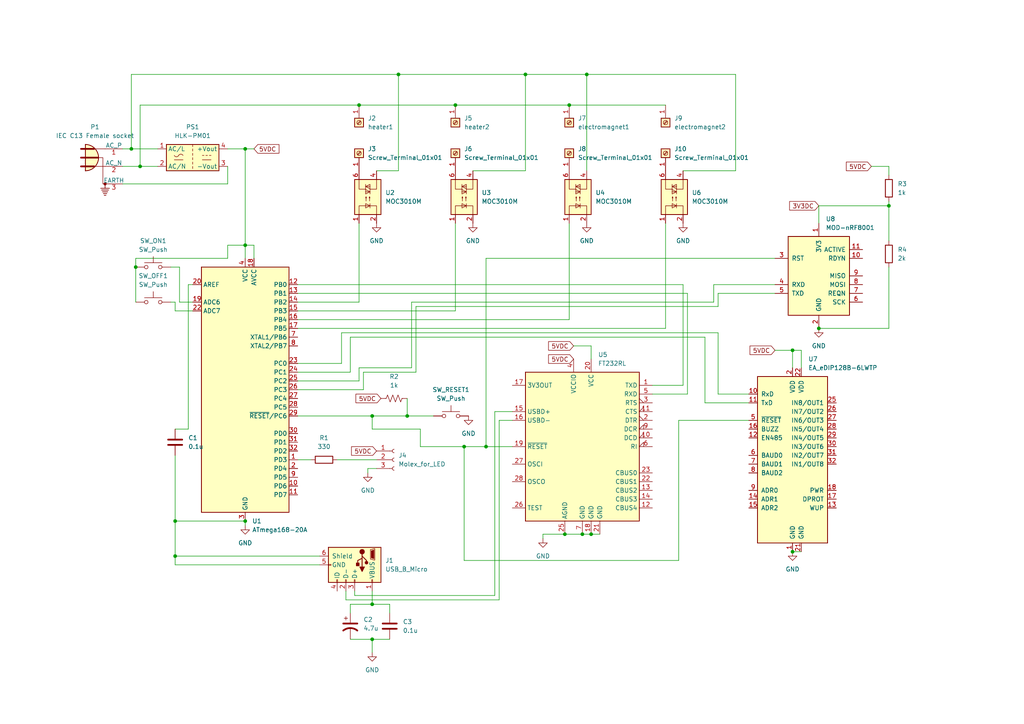
<source format=kicad_sch>
(kicad_sch (version 20211123) (generator eeschema)

  (uuid 04850761-d7e7-47f0-b700-0d3bf106c3e7)

  (paper "A4")

  (lib_symbols
    (symbol "Connector:Conn_01x03_Female" (pin_names (offset 1.016) hide) (in_bom yes) (on_board yes)
      (property "Reference" "J" (id 0) (at 0 5.08 0)
        (effects (font (size 1.27 1.27)))
      )
      (property "Value" "Conn_01x03_Female" (id 1) (at 0 -5.08 0)
        (effects (font (size 1.27 1.27)))
      )
      (property "Footprint" "" (id 2) (at 0 0 0)
        (effects (font (size 1.27 1.27)) hide)
      )
      (property "Datasheet" "~" (id 3) (at 0 0 0)
        (effects (font (size 1.27 1.27)) hide)
      )
      (property "ki_keywords" "connector" (id 4) (at 0 0 0)
        (effects (font (size 1.27 1.27)) hide)
      )
      (property "ki_description" "Generic connector, single row, 01x03, script generated (kicad-library-utils/schlib/autogen/connector/)" (id 5) (at 0 0 0)
        (effects (font (size 1.27 1.27)) hide)
      )
      (property "ki_fp_filters" "Connector*:*_1x??_*" (id 6) (at 0 0 0)
        (effects (font (size 1.27 1.27)) hide)
      )
      (symbol "Conn_01x03_Female_1_1"
        (arc (start 0 -2.032) (mid -0.508 -2.54) (end 0 -3.048)
          (stroke (width 0.1524) (type default) (color 0 0 0 0))
          (fill (type none))
        )
        (polyline
          (pts
            (xy -1.27 -2.54)
            (xy -0.508 -2.54)
          )
          (stroke (width 0.1524) (type default) (color 0 0 0 0))
          (fill (type none))
        )
        (polyline
          (pts
            (xy -1.27 0)
            (xy -0.508 0)
          )
          (stroke (width 0.1524) (type default) (color 0 0 0 0))
          (fill (type none))
        )
        (polyline
          (pts
            (xy -1.27 2.54)
            (xy -0.508 2.54)
          )
          (stroke (width 0.1524) (type default) (color 0 0 0 0))
          (fill (type none))
        )
        (arc (start 0 0.508) (mid -0.508 0) (end 0 -0.508)
          (stroke (width 0.1524) (type default) (color 0 0 0 0))
          (fill (type none))
        )
        (arc (start 0 3.048) (mid -0.508 2.54) (end 0 2.032)
          (stroke (width 0.1524) (type default) (color 0 0 0 0))
          (fill (type none))
        )
        (pin passive line (at -5.08 2.54 0) (length 3.81)
          (name "Pin_1" (effects (font (size 1.27 1.27))))
          (number "1" (effects (font (size 1.27 1.27))))
        )
        (pin passive line (at -5.08 0 0) (length 3.81)
          (name "Pin_2" (effects (font (size 1.27 1.27))))
          (number "2" (effects (font (size 1.27 1.27))))
        )
        (pin passive line (at -5.08 -2.54 0) (length 3.81)
          (name "Pin_3" (effects (font (size 1.27 1.27))))
          (number "3" (effects (font (size 1.27 1.27))))
        )
      )
    )
    (symbol "Connector:Conn_WallPlug_Earth" (pin_names (offset 0)) (in_bom yes) (on_board yes)
      (property "Reference" "P" (id 0) (at 0 3.81 0)
        (effects (font (size 1.27 1.27)) (justify bottom))
      )
      (property "Value" "Conn_WallPlug_Earth" (id 1) (at -5.08 0 90)
        (effects (font (size 1.27 1.27)) (justify bottom))
      )
      (property "Footprint" "" (id 2) (at 10.16 0 0)
        (effects (font (size 1.27 1.27)) hide)
      )
      (property "Datasheet" "~" (id 3) (at 10.16 0 0)
        (effects (font (size 1.27 1.27)) hide)
      )
      (property "ki_keywords" "wall plug 110VAC 220VAC" (id 4) (at 0 0 0)
        (effects (font (size 1.27 1.27)) hide)
      )
      (property "ki_description" "3-pin general wall plug, with Earth wire (110VAC, 220VAC)" (id 5) (at 0 0 0)
        (effects (font (size 1.27 1.27)) hide)
      )
      (symbol "Conn_WallPlug_Earth_0_1"
        (arc (start -3.175 -3.81) (mid 0.635 0) (end -3.175 3.81)
          (stroke (width 0.254) (type default) (color 0 0 0 0))
          (fill (type background))
        )
        (polyline
          (pts
            (xy -4.445 -2.54)
            (xy -0.635 -2.54)
          )
          (stroke (width 0.508) (type default) (color 0 0 0 0))
          (fill (type none))
        )
        (polyline
          (pts
            (xy -4.445 0)
            (xy 0.508 0)
          )
          (stroke (width 0.508) (type default) (color 0 0 0 0))
          (fill (type none))
        )
        (polyline
          (pts
            (xy -4.445 2.54)
            (xy -0.635 2.54)
          )
          (stroke (width 0.508) (type default) (color 0 0 0 0))
          (fill (type none))
        )
        (polyline
          (pts
            (xy -3.175 -3.81)
            (xy -3.175 3.81)
          )
          (stroke (width 0.254) (type default) (color 0 0 0 0))
          (fill (type none))
        )
        (polyline
          (pts
            (xy -0.635 -2.54)
            (xy 2.54 -2.54)
          )
          (stroke (width 0) (type default) (color 0 0 0 0))
          (fill (type none))
        )
        (polyline
          (pts
            (xy -0.635 2.54)
            (xy 2.54 2.54)
          )
          (stroke (width 0) (type default) (color 0 0 0 0))
          (fill (type none))
        )
        (polyline
          (pts
            (xy 1.524 -9.398)
            (xy 3.556 -9.398)
          )
          (stroke (width 0.2032) (type default) (color 0 0 0 0))
          (fill (type none))
        )
        (polyline
          (pts
            (xy 1.778 -9.906)
            (xy 3.302 -9.906)
          )
          (stroke (width 0.2032) (type default) (color 0 0 0 0))
          (fill (type none))
        )
        (polyline
          (pts
            (xy 2.032 -10.414)
            (xy 3.048 -10.414)
          )
          (stroke (width 0.2032) (type default) (color 0 0 0 0))
          (fill (type none))
        )
        (polyline
          (pts
            (xy 2.286 -10.922)
            (xy 2.794 -10.922)
          )
          (stroke (width 0.2032) (type default) (color 0 0 0 0))
          (fill (type none))
        )
        (polyline
          (pts
            (xy 2.54 -7.62)
            (xy 2.54 -8.89)
          )
          (stroke (width 0.2032) (type default) (color 0 0 0 0))
          (fill (type none))
        )
        (polyline
          (pts
            (xy 3.81 -8.89)
            (xy 1.27 -8.89)
          )
          (stroke (width 0.2032) (type default) (color 0 0 0 0))
          (fill (type none))
        )
        (polyline
          (pts
            (xy 2.54 -7.62)
            (xy 1.905 -7.62)
            (xy 1.905 0)
            (xy -4.445 0)
          )
          (stroke (width 0) (type default) (color 0 0 0 0))
          (fill (type none))
        )
        (circle (center 2.54 -7.62) (radius 0.3556)
          (stroke (width 0) (type default) (color 0 0 0 0))
          (fill (type outline))
        )
      )
      (symbol "Conn_WallPlug_Earth_1_1"
        (pin power_out line (at 7.62 2.54 180) (length 5.08)
          (name "AC_P" (effects (font (size 1.27 1.27))))
          (number "1" (effects (font (size 1.27 1.27))))
        )
        (pin power_out line (at 7.62 -2.54 180) (length 5.08)
          (name "AC_N" (effects (font (size 1.27 1.27))))
          (number "2" (effects (font (size 1.27 1.27))))
        )
        (pin passive line (at 7.62 -7.62 180) (length 5.08)
          (name "EARTH" (effects (font (size 1.27 1.27))))
          (number "3" (effects (font (size 1.27 1.27))))
        )
      )
    )
    (symbol "Connector:Screw_Terminal_01x01" (pin_names (offset 1.016) hide) (in_bom yes) (on_board yes)
      (property "Reference" "J" (id 0) (at 0 2.54 0)
        (effects (font (size 1.27 1.27)))
      )
      (property "Value" "Screw_Terminal_01x01" (id 1) (at 0 -2.54 0)
        (effects (font (size 1.27 1.27)))
      )
      (property "Footprint" "" (id 2) (at 0 0 0)
        (effects (font (size 1.27 1.27)) hide)
      )
      (property "Datasheet" "~" (id 3) (at 0 0 0)
        (effects (font (size 1.27 1.27)) hide)
      )
      (property "ki_keywords" "screw terminal" (id 4) (at 0 0 0)
        (effects (font (size 1.27 1.27)) hide)
      )
      (property "ki_description" "Generic screw terminal, single row, 01x01, script generated (kicad-library-utils/schlib/autogen/connector/)" (id 5) (at 0 0 0)
        (effects (font (size 1.27 1.27)) hide)
      )
      (property "ki_fp_filters" "TerminalBlock*:*" (id 6) (at 0 0 0)
        (effects (font (size 1.27 1.27)) hide)
      )
      (symbol "Screw_Terminal_01x01_1_1"
        (rectangle (start -1.27 1.27) (end 1.27 -1.27)
          (stroke (width 0.254) (type default) (color 0 0 0 0))
          (fill (type background))
        )
        (polyline
          (pts
            (xy -0.5334 0.3302)
            (xy 0.3302 -0.508)
          )
          (stroke (width 0.1524) (type default) (color 0 0 0 0))
          (fill (type none))
        )
        (polyline
          (pts
            (xy -0.3556 0.508)
            (xy 0.508 -0.3302)
          )
          (stroke (width 0.1524) (type default) (color 0 0 0 0))
          (fill (type none))
        )
        (circle (center 0 0) (radius 0.635)
          (stroke (width 0.1524) (type default) (color 0 0 0 0))
          (fill (type none))
        )
        (pin passive line (at -5.08 0 0) (length 3.81)
          (name "Pin_1" (effects (font (size 1.27 1.27))))
          (number "1" (effects (font (size 1.27 1.27))))
        )
      )
    )
    (symbol "Connector:USB_B_Micro" (pin_names (offset 1.016)) (in_bom yes) (on_board yes)
      (property "Reference" "J" (id 0) (at -5.08 11.43 0)
        (effects (font (size 1.27 1.27)) (justify left))
      )
      (property "Value" "USB_B_Micro" (id 1) (at -5.08 8.89 0)
        (effects (font (size 1.27 1.27)) (justify left))
      )
      (property "Footprint" "" (id 2) (at 3.81 -1.27 0)
        (effects (font (size 1.27 1.27)) hide)
      )
      (property "Datasheet" "~" (id 3) (at 3.81 -1.27 0)
        (effects (font (size 1.27 1.27)) hide)
      )
      (property "ki_keywords" "connector USB micro" (id 4) (at 0 0 0)
        (effects (font (size 1.27 1.27)) hide)
      )
      (property "ki_description" "USB Micro Type B connector" (id 5) (at 0 0 0)
        (effects (font (size 1.27 1.27)) hide)
      )
      (property "ki_fp_filters" "USB*" (id 6) (at 0 0 0)
        (effects (font (size 1.27 1.27)) hide)
      )
      (symbol "USB_B_Micro_0_1"
        (rectangle (start -5.08 -7.62) (end 5.08 7.62)
          (stroke (width 0.254) (type default) (color 0 0 0 0))
          (fill (type background))
        )
        (circle (center -3.81 2.159) (radius 0.635)
          (stroke (width 0.254) (type default) (color 0 0 0 0))
          (fill (type outline))
        )
        (circle (center -0.635 3.429) (radius 0.381)
          (stroke (width 0.254) (type default) (color 0 0 0 0))
          (fill (type outline))
        )
        (rectangle (start -0.127 -7.62) (end 0.127 -6.858)
          (stroke (width 0) (type default) (color 0 0 0 0))
          (fill (type none))
        )
        (polyline
          (pts
            (xy -1.905 2.159)
            (xy 0.635 2.159)
          )
          (stroke (width 0.254) (type default) (color 0 0 0 0))
          (fill (type none))
        )
        (polyline
          (pts
            (xy -3.175 2.159)
            (xy -2.54 2.159)
            (xy -1.27 3.429)
            (xy -0.635 3.429)
          )
          (stroke (width 0.254) (type default) (color 0 0 0 0))
          (fill (type none))
        )
        (polyline
          (pts
            (xy -2.54 2.159)
            (xy -1.905 2.159)
            (xy -1.27 0.889)
            (xy 0 0.889)
          )
          (stroke (width 0.254) (type default) (color 0 0 0 0))
          (fill (type none))
        )
        (polyline
          (pts
            (xy 0.635 2.794)
            (xy 0.635 1.524)
            (xy 1.905 2.159)
            (xy 0.635 2.794)
          )
          (stroke (width 0.254) (type default) (color 0 0 0 0))
          (fill (type outline))
        )
        (polyline
          (pts
            (xy -4.318 5.588)
            (xy -1.778 5.588)
            (xy -2.032 4.826)
            (xy -4.064 4.826)
            (xy -4.318 5.588)
          )
          (stroke (width 0) (type default) (color 0 0 0 0))
          (fill (type outline))
        )
        (polyline
          (pts
            (xy -4.699 5.842)
            (xy -4.699 5.588)
            (xy -4.445 4.826)
            (xy -4.445 4.572)
            (xy -1.651 4.572)
            (xy -1.651 4.826)
            (xy -1.397 5.588)
            (xy -1.397 5.842)
            (xy -4.699 5.842)
          )
          (stroke (width 0) (type default) (color 0 0 0 0))
          (fill (type none))
        )
        (rectangle (start 0.254 1.27) (end -0.508 0.508)
          (stroke (width 0.254) (type default) (color 0 0 0 0))
          (fill (type outline))
        )
        (rectangle (start 5.08 -5.207) (end 4.318 -4.953)
          (stroke (width 0) (type default) (color 0 0 0 0))
          (fill (type none))
        )
        (rectangle (start 5.08 -2.667) (end 4.318 -2.413)
          (stroke (width 0) (type default) (color 0 0 0 0))
          (fill (type none))
        )
        (rectangle (start 5.08 -0.127) (end 4.318 0.127)
          (stroke (width 0) (type default) (color 0 0 0 0))
          (fill (type none))
        )
        (rectangle (start 5.08 4.953) (end 4.318 5.207)
          (stroke (width 0) (type default) (color 0 0 0 0))
          (fill (type none))
        )
      )
      (symbol "USB_B_Micro_1_1"
        (pin power_out line (at 7.62 5.08 180) (length 2.54)
          (name "VBUS" (effects (font (size 1.27 1.27))))
          (number "1" (effects (font (size 1.27 1.27))))
        )
        (pin bidirectional line (at 7.62 -2.54 180) (length 2.54)
          (name "D-" (effects (font (size 1.27 1.27))))
          (number "2" (effects (font (size 1.27 1.27))))
        )
        (pin bidirectional line (at 7.62 0 180) (length 2.54)
          (name "D+" (effects (font (size 1.27 1.27))))
          (number "3" (effects (font (size 1.27 1.27))))
        )
        (pin passive line (at 7.62 -5.08 180) (length 2.54)
          (name "ID" (effects (font (size 1.27 1.27))))
          (number "4" (effects (font (size 1.27 1.27))))
        )
        (pin power_out line (at 0 -10.16 90) (length 2.54)
          (name "GND" (effects (font (size 1.27 1.27))))
          (number "5" (effects (font (size 1.27 1.27))))
        )
        (pin passive line (at -2.54 -10.16 90) (length 2.54)
          (name "Shield" (effects (font (size 1.27 1.27))))
          (number "6" (effects (font (size 1.27 1.27))))
        )
      )
    )
    (symbol "Converter_ACDC:HLK-PM01" (in_bom yes) (on_board yes)
      (property "Reference" "PS" (id 0) (at 0 5.08 0)
        (effects (font (size 1.27 1.27)))
      )
      (property "Value" "HLK-PM01" (id 1) (at 0 -5.08 0)
        (effects (font (size 1.27 1.27)))
      )
      (property "Footprint" "Converter_ACDC:Converter_ACDC_HiLink_HLK-PMxx" (id 2) (at 0 -7.62 0)
        (effects (font (size 1.27 1.27)) hide)
      )
      (property "Datasheet" "http://www.hlktech.net/product_detail.php?ProId=54" (id 3) (at 10.16 -8.89 0)
        (effects (font (size 1.27 1.27)) hide)
      )
      (property "ki_keywords" "AC/DC module power supply" (id 4) (at 0 0 0)
        (effects (font (size 1.27 1.27)) hide)
      )
      (property "ki_description" "Compact AC/DC board mount power module 3W 5V" (id 5) (at 0 0 0)
        (effects (font (size 1.27 1.27)) hide)
      )
      (property "ki_fp_filters" "Converter*ACDC*HiLink*HLK?PM*" (id 6) (at 0 0 0)
        (effects (font (size 1.27 1.27)) hide)
      )
      (symbol "HLK-PM01_0_1"
        (rectangle (start -7.62 3.81) (end 7.62 -3.81)
          (stroke (width 0.254) (type default) (color 0 0 0 0))
          (fill (type background))
        )
        (arc (start -5.334 0.635) (mid -4.699 0.2495) (end -4.064 0.635)
          (stroke (width 0) (type default) (color 0 0 0 0))
          (fill (type none))
        )
        (arc (start -2.794 0.635) (mid -3.429 1.0072) (end -4.064 0.635)
          (stroke (width 0) (type default) (color 0 0 0 0))
          (fill (type none))
        )
        (polyline
          (pts
            (xy -5.334 -0.635)
            (xy -2.794 -0.635)
          )
          (stroke (width 0) (type default) (color 0 0 0 0))
          (fill (type none))
        )
        (polyline
          (pts
            (xy 0 -2.54)
            (xy 0 -3.175)
          )
          (stroke (width 0) (type default) (color 0 0 0 0))
          (fill (type none))
        )
        (polyline
          (pts
            (xy 0 -1.27)
            (xy 0 -1.905)
          )
          (stroke (width 0) (type default) (color 0 0 0 0))
          (fill (type none))
        )
        (polyline
          (pts
            (xy 0 0)
            (xy 0 -0.635)
          )
          (stroke (width 0) (type default) (color 0 0 0 0))
          (fill (type none))
        )
        (polyline
          (pts
            (xy 0 1.27)
            (xy 0 0.635)
          )
          (stroke (width 0) (type default) (color 0 0 0 0))
          (fill (type none))
        )
        (polyline
          (pts
            (xy 0 2.54)
            (xy 0 1.905)
          )
          (stroke (width 0) (type default) (color 0 0 0 0))
          (fill (type none))
        )
        (polyline
          (pts
            (xy 0 3.81)
            (xy 0 3.175)
          )
          (stroke (width 0) (type default) (color 0 0 0 0))
          (fill (type none))
        )
        (polyline
          (pts
            (xy 2.794 -0.635)
            (xy 5.334 -0.635)
          )
          (stroke (width 0) (type default) (color 0 0 0 0))
          (fill (type none))
        )
        (polyline
          (pts
            (xy 2.794 0.635)
            (xy 3.302 0.635)
          )
          (stroke (width 0) (type default) (color 0 0 0 0))
          (fill (type none))
        )
        (polyline
          (pts
            (xy 3.81 0.635)
            (xy 4.318 0.635)
          )
          (stroke (width 0) (type default) (color 0 0 0 0))
          (fill (type none))
        )
        (polyline
          (pts
            (xy 4.826 0.635)
            (xy 5.334 0.635)
          )
          (stroke (width 0) (type default) (color 0 0 0 0))
          (fill (type none))
        )
      )
      (symbol "HLK-PM01_1_1"
        (pin power_in line (at -10.16 2.54 0) (length 2.54)
          (name "AC/L" (effects (font (size 1.27 1.27))))
          (number "1" (effects (font (size 1.27 1.27))))
        )
        (pin power_in line (at -10.16 -2.54 0) (length 2.54)
          (name "AC/N" (effects (font (size 1.27 1.27))))
          (number "2" (effects (font (size 1.27 1.27))))
        )
        (pin power_out line (at 10.16 -2.54 180) (length 2.54)
          (name "-Vout" (effects (font (size 1.27 1.27))))
          (number "3" (effects (font (size 1.27 1.27))))
        )
        (pin power_out line (at 10.16 2.54 180) (length 2.54)
          (name "+Vout" (effects (font (size 1.27 1.27))))
          (number "4" (effects (font (size 1.27 1.27))))
        )
      )
    )
    (symbol "Device:C" (pin_numbers hide) (pin_names (offset 0.254)) (in_bom yes) (on_board yes)
      (property "Reference" "C" (id 0) (at 0.635 2.54 0)
        (effects (font (size 1.27 1.27)) (justify left))
      )
      (property "Value" "C" (id 1) (at 0.635 -2.54 0)
        (effects (font (size 1.27 1.27)) (justify left))
      )
      (property "Footprint" "" (id 2) (at 0.9652 -3.81 0)
        (effects (font (size 1.27 1.27)) hide)
      )
      (property "Datasheet" "~" (id 3) (at 0 0 0)
        (effects (font (size 1.27 1.27)) hide)
      )
      (property "ki_keywords" "cap capacitor" (id 4) (at 0 0 0)
        (effects (font (size 1.27 1.27)) hide)
      )
      (property "ki_description" "Unpolarized capacitor" (id 5) (at 0 0 0)
        (effects (font (size 1.27 1.27)) hide)
      )
      (property "ki_fp_filters" "C_*" (id 6) (at 0 0 0)
        (effects (font (size 1.27 1.27)) hide)
      )
      (symbol "C_0_1"
        (polyline
          (pts
            (xy -2.032 -0.762)
            (xy 2.032 -0.762)
          )
          (stroke (width 0.508) (type default) (color 0 0 0 0))
          (fill (type none))
        )
        (polyline
          (pts
            (xy -2.032 0.762)
            (xy 2.032 0.762)
          )
          (stroke (width 0.508) (type default) (color 0 0 0 0))
          (fill (type none))
        )
      )
      (symbol "C_1_1"
        (pin passive line (at 0 3.81 270) (length 2.794)
          (name "~" (effects (font (size 1.27 1.27))))
          (number "1" (effects (font (size 1.27 1.27))))
        )
        (pin passive line (at 0 -3.81 90) (length 2.794)
          (name "~" (effects (font (size 1.27 1.27))))
          (number "2" (effects (font (size 1.27 1.27))))
        )
      )
    )
    (symbol "Device:C_Polarized_US" (pin_numbers hide) (pin_names (offset 0.254) hide) (in_bom yes) (on_board yes)
      (property "Reference" "C" (id 0) (at 0.635 2.54 0)
        (effects (font (size 1.27 1.27)) (justify left))
      )
      (property "Value" "C_Polarized_US" (id 1) (at 0.635 -2.54 0)
        (effects (font (size 1.27 1.27)) (justify left))
      )
      (property "Footprint" "" (id 2) (at 0 0 0)
        (effects (font (size 1.27 1.27)) hide)
      )
      (property "Datasheet" "~" (id 3) (at 0 0 0)
        (effects (font (size 1.27 1.27)) hide)
      )
      (property "ki_keywords" "cap capacitor" (id 4) (at 0 0 0)
        (effects (font (size 1.27 1.27)) hide)
      )
      (property "ki_description" "Polarized capacitor, US symbol" (id 5) (at 0 0 0)
        (effects (font (size 1.27 1.27)) hide)
      )
      (property "ki_fp_filters" "CP_*" (id 6) (at 0 0 0)
        (effects (font (size 1.27 1.27)) hide)
      )
      (symbol "C_Polarized_US_0_1"
        (polyline
          (pts
            (xy -2.032 0.762)
            (xy 2.032 0.762)
          )
          (stroke (width 0.508) (type default) (color 0 0 0 0))
          (fill (type none))
        )
        (polyline
          (pts
            (xy -1.778 2.286)
            (xy -0.762 2.286)
          )
          (stroke (width 0) (type default) (color 0 0 0 0))
          (fill (type none))
        )
        (polyline
          (pts
            (xy -1.27 1.778)
            (xy -1.27 2.794)
          )
          (stroke (width 0) (type default) (color 0 0 0 0))
          (fill (type none))
        )
        (arc (start 2.032 -1.27) (mid 0 -0.5572) (end -2.032 -1.27)
          (stroke (width 0.508) (type default) (color 0 0 0 0))
          (fill (type none))
        )
      )
      (symbol "C_Polarized_US_1_1"
        (pin passive line (at 0 3.81 270) (length 2.794)
          (name "~" (effects (font (size 1.27 1.27))))
          (number "1" (effects (font (size 1.27 1.27))))
        )
        (pin passive line (at 0 -3.81 90) (length 3.302)
          (name "~" (effects (font (size 1.27 1.27))))
          (number "2" (effects (font (size 1.27 1.27))))
        )
      )
    )
    (symbol "Device:R" (pin_numbers hide) (pin_names (offset 0)) (in_bom yes) (on_board yes)
      (property "Reference" "R" (id 0) (at 2.032 0 90)
        (effects (font (size 1.27 1.27)))
      )
      (property "Value" "R" (id 1) (at 0 0 90)
        (effects (font (size 1.27 1.27)))
      )
      (property "Footprint" "" (id 2) (at -1.778 0 90)
        (effects (font (size 1.27 1.27)) hide)
      )
      (property "Datasheet" "~" (id 3) (at 0 0 0)
        (effects (font (size 1.27 1.27)) hide)
      )
      (property "ki_keywords" "R res resistor" (id 4) (at 0 0 0)
        (effects (font (size 1.27 1.27)) hide)
      )
      (property "ki_description" "Resistor" (id 5) (at 0 0 0)
        (effects (font (size 1.27 1.27)) hide)
      )
      (property "ki_fp_filters" "R_*" (id 6) (at 0 0 0)
        (effects (font (size 1.27 1.27)) hide)
      )
      (symbol "R_0_1"
        (rectangle (start -1.016 -2.54) (end 1.016 2.54)
          (stroke (width 0.254) (type default) (color 0 0 0 0))
          (fill (type none))
        )
      )
      (symbol "R_1_1"
        (pin passive line (at 0 3.81 270) (length 1.27)
          (name "~" (effects (font (size 1.27 1.27))))
          (number "1" (effects (font (size 1.27 1.27))))
        )
        (pin passive line (at 0 -3.81 90) (length 1.27)
          (name "~" (effects (font (size 1.27 1.27))))
          (number "2" (effects (font (size 1.27 1.27))))
        )
      )
    )
    (symbol "Device:R_US" (pin_numbers hide) (pin_names (offset 0)) (in_bom yes) (on_board yes)
      (property "Reference" "R" (id 0) (at 2.54 0 90)
        (effects (font (size 1.27 1.27)))
      )
      (property "Value" "R_US" (id 1) (at -2.54 0 90)
        (effects (font (size 1.27 1.27)))
      )
      (property "Footprint" "" (id 2) (at 1.016 -0.254 90)
        (effects (font (size 1.27 1.27)) hide)
      )
      (property "Datasheet" "~" (id 3) (at 0 0 0)
        (effects (font (size 1.27 1.27)) hide)
      )
      (property "ki_keywords" "R res resistor" (id 4) (at 0 0 0)
        (effects (font (size 1.27 1.27)) hide)
      )
      (property "ki_description" "Resistor, US symbol" (id 5) (at 0 0 0)
        (effects (font (size 1.27 1.27)) hide)
      )
      (property "ki_fp_filters" "R_*" (id 6) (at 0 0 0)
        (effects (font (size 1.27 1.27)) hide)
      )
      (symbol "R_US_0_1"
        (polyline
          (pts
            (xy 0 -2.286)
            (xy 0 -2.54)
          )
          (stroke (width 0) (type default) (color 0 0 0 0))
          (fill (type none))
        )
        (polyline
          (pts
            (xy 0 2.286)
            (xy 0 2.54)
          )
          (stroke (width 0) (type default) (color 0 0 0 0))
          (fill (type none))
        )
        (polyline
          (pts
            (xy 0 -0.762)
            (xy 1.016 -1.143)
            (xy 0 -1.524)
            (xy -1.016 -1.905)
            (xy 0 -2.286)
          )
          (stroke (width 0) (type default) (color 0 0 0 0))
          (fill (type none))
        )
        (polyline
          (pts
            (xy 0 0.762)
            (xy 1.016 0.381)
            (xy 0 0)
            (xy -1.016 -0.381)
            (xy 0 -0.762)
          )
          (stroke (width 0) (type default) (color 0 0 0 0))
          (fill (type none))
        )
        (polyline
          (pts
            (xy 0 2.286)
            (xy 1.016 1.905)
            (xy 0 1.524)
            (xy -1.016 1.143)
            (xy 0 0.762)
          )
          (stroke (width 0) (type default) (color 0 0 0 0))
          (fill (type none))
        )
      )
      (symbol "R_US_1_1"
        (pin passive line (at 0 3.81 270) (length 1.27)
          (name "~" (effects (font (size 1.27 1.27))))
          (number "1" (effects (font (size 1.27 1.27))))
        )
        (pin passive line (at 0 -3.81 90) (length 1.27)
          (name "~" (effects (font (size 1.27 1.27))))
          (number "2" (effects (font (size 1.27 1.27))))
        )
      )
    )
    (symbol "Display_Graphic:EA_eDIP128B-6LWTP" (pin_names (offset 1.016)) (in_bom yes) (on_board yes)
      (property "Reference" "U" (id 0) (at -8.636 24.13 0)
        (effects (font (size 1.27 1.27)))
      )
      (property "Value" "EA_eDIP128B-6LWTP" (id 1) (at 4.064 24.384 0)
        (effects (font (size 1.27 1.27)) (justify left))
      )
      (property "Footprint" "Display:EA-eDIP128B-XXX" (id 2) (at 0 -33.02 0)
        (effects (font (size 1.27 1.27)) hide)
      )
      (property "Datasheet" "http://www.lcd-module.com/fileadmin/eng/pdf/grafik/edip128-6e.pdf" (id 3) (at 12.7 -15.24 0)
        (effects (font (size 1.27 1.27)) hide)
      )
      (property "ki_keywords" "display LCD graphic" (id 4) (at 0 0 0)
        (effects (font (size 1.27 1.27)) hide)
      )
      (property "ki_description" "LCD-graphical display with LED backlight and touch panel blue negative, 3.3V - 5V VDD, RS-232. I2C or SPI" (id 5) (at 0 0 0)
        (effects (font (size 1.27 1.27)) hide)
      )
      (property "ki_fp_filters" "*EA*eDIP128B*" (id 6) (at 0 0 0)
        (effects (font (size 1.27 1.27)) hide)
      )
      (symbol "EA_eDIP128B-6LWTP_0_1"
        (rectangle (start -10.16 22.86) (end 10.16 -25.4)
          (stroke (width 0.254) (type default) (color 0 0 0 0))
          (fill (type background))
        )
      )
      (symbol "EA_eDIP128B-6LWTP_1_1"
        (pin power_in line (at 0 -27.94 90) (length 2.54)
          (name "GND" (effects (font (size 1.27 1.27))))
          (number "1" (effects (font (size 1.27 1.27))))
        )
        (pin input line (at -12.7 17.78 0) (length 2.54)
          (name "RxD" (effects (font (size 1.27 1.27))))
          (number "10" (effects (font (size 1.27 1.27))))
        )
        (pin output line (at -12.7 15.24 0) (length 2.54)
          (name "TxD" (effects (font (size 1.27 1.27))))
          (number "11" (effects (font (size 1.27 1.27))))
        )
        (pin output line (at -12.7 5.08 0) (length 2.54)
          (name "EN485" (effects (font (size 1.27 1.27))))
          (number "12" (effects (font (size 1.27 1.27))))
        )
        (pin input line (at 12.7 -15.24 180) (length 2.54)
          (name "WUP" (effects (font (size 1.27 1.27))))
          (number "13" (effects (font (size 1.27 1.27))))
        )
        (pin input line (at -12.7 -12.7 0) (length 2.54)
          (name "ADR1" (effects (font (size 1.27 1.27))))
          (number "14" (effects (font (size 1.27 1.27))))
        )
        (pin input line (at -12.7 -15.24 0) (length 2.54)
          (name "ADR2" (effects (font (size 1.27 1.27))))
          (number "15" (effects (font (size 1.27 1.27))))
        )
        (pin output line (at -12.7 7.62 0) (length 2.54)
          (name "BUZZ" (effects (font (size 1.27 1.27))))
          (number "16" (effects (font (size 1.27 1.27))))
        )
        (pin input line (at 12.7 -12.7 180) (length 2.54)
          (name "DPROT" (effects (font (size 1.27 1.27))))
          (number "17" (effects (font (size 1.27 1.27))))
        )
        (pin output line (at 12.7 -10.16 180) (length 2.54)
          (name "PWR" (effects (font (size 1.27 1.27))))
          (number "18" (effects (font (size 1.27 1.27))))
        )
        (pin no_connect line (at -12.7 -22.86 0) (length 2.54) hide
          (name "NC" (effects (font (size 1.27 1.27))))
          (number "19" (effects (font (size 1.27 1.27))))
        )
        (pin power_in line (at 0 25.4 270) (length 2.54)
          (name "VDD" (effects (font (size 1.27 1.27))))
          (number "2" (effects (font (size 1.27 1.27))))
        )
        (pin power_in line (at 2.54 -27.94 90) (length 2.54)
          (name "GND" (effects (font (size 1.27 1.27))))
          (number "21" (effects (font (size 1.27 1.27))))
        )
        (pin power_in line (at 2.54 25.4 270) (length 2.54)
          (name "VDD" (effects (font (size 1.27 1.27))))
          (number "22" (effects (font (size 1.27 1.27))))
        )
        (pin no_connect line (at 12.7 -17.78 180) (length 2.54) hide
          (name "NC" (effects (font (size 1.27 1.27))))
          (number "23" (effects (font (size 1.27 1.27))))
        )
        (pin no_connect line (at 12.7 -20.32 180) (length 2.54) hide
          (name "NC" (effects (font (size 1.27 1.27))))
          (number "24" (effects (font (size 1.27 1.27))))
        )
        (pin bidirectional line (at 12.7 15.24 180) (length 2.54)
          (name "IN8/OUT1" (effects (font (size 1.27 1.27))))
          (number "25" (effects (font (size 1.27 1.27))))
        )
        (pin bidirectional line (at 12.7 12.7 180) (length 2.54)
          (name "IN7/OUT2" (effects (font (size 1.27 1.27))))
          (number "26" (effects (font (size 1.27 1.27))))
        )
        (pin bidirectional line (at 12.7 10.16 180) (length 2.54)
          (name "IN6/OUT3" (effects (font (size 1.27 1.27))))
          (number "27" (effects (font (size 1.27 1.27))))
        )
        (pin bidirectional line (at 12.7 7.62 180) (length 2.54)
          (name "IN5/OUT4" (effects (font (size 1.27 1.27))))
          (number "28" (effects (font (size 1.27 1.27))))
        )
        (pin bidirectional line (at 12.7 5.08 180) (length 2.54)
          (name "IN4/OUT5" (effects (font (size 1.27 1.27))))
          (number "29" (effects (font (size 1.27 1.27))))
        )
        (pin no_connect line (at -12.7 -17.78 0) (length 2.54) hide
          (name "NC" (effects (font (size 1.27 1.27))))
          (number "3" (effects (font (size 1.27 1.27))))
        )
        (pin bidirectional line (at 12.7 2.54 180) (length 2.54)
          (name "IN3/OUT6" (effects (font (size 1.27 1.27))))
          (number "30" (effects (font (size 1.27 1.27))))
        )
        (pin bidirectional line (at 12.7 0 180) (length 2.54)
          (name "IN2/OUT7" (effects (font (size 1.27 1.27))))
          (number "31" (effects (font (size 1.27 1.27))))
        )
        (pin bidirectional line (at 12.7 -2.54 180) (length 2.54)
          (name "IN1/OUT8" (effects (font (size 1.27 1.27))))
          (number "32" (effects (font (size 1.27 1.27))))
        )
        (pin no_connect line (at -12.7 -20.32 0) (length 2.54) hide
          (name "NC" (effects (font (size 1.27 1.27))))
          (number "4" (effects (font (size 1.27 1.27))))
        )
        (pin input line (at -12.7 10.16 0) (length 2.54)
          (name "~{RESET}" (effects (font (size 1.27 1.27))))
          (number "5" (effects (font (size 1.27 1.27))))
        )
        (pin input line (at -12.7 0 0) (length 2.54)
          (name "BAUD0" (effects (font (size 1.27 1.27))))
          (number "6" (effects (font (size 1.27 1.27))))
        )
        (pin input line (at -12.7 -2.54 0) (length 2.54)
          (name "BAUD1" (effects (font (size 1.27 1.27))))
          (number "7" (effects (font (size 1.27 1.27))))
        )
        (pin input line (at -12.7 -5.08 0) (length 2.54)
          (name "BAUD2" (effects (font (size 1.27 1.27))))
          (number "8" (effects (font (size 1.27 1.27))))
        )
        (pin input line (at -12.7 -10.16 0) (length 2.54)
          (name "ADR0" (effects (font (size 1.27 1.27))))
          (number "9" (effects (font (size 1.27 1.27))))
        )
      )
    )
    (symbol "Interface_USB:FT232RL" (in_bom yes) (on_board yes)
      (property "Reference" "U" (id 0) (at -16.51 22.86 0)
        (effects (font (size 1.27 1.27)) (justify left))
      )
      (property "Value" "FT232RL" (id 1) (at 10.16 22.86 0)
        (effects (font (size 1.27 1.27)) (justify left))
      )
      (property "Footprint" "Package_SO:SSOP-28_5.3x10.2mm_P0.65mm" (id 2) (at 27.94 -22.86 0)
        (effects (font (size 1.27 1.27)) hide)
      )
      (property "Datasheet" "https://www.ftdichip.com/Support/Documents/DataSheets/ICs/DS_FT232R.pdf" (id 3) (at 0 0 0)
        (effects (font (size 1.27 1.27)) hide)
      )
      (property "ki_keywords" "FTDI USB Serial" (id 4) (at 0 0 0)
        (effects (font (size 1.27 1.27)) hide)
      )
      (property "ki_description" "USB to Serial Interface, SSOP-28" (id 5) (at 0 0 0)
        (effects (font (size 1.27 1.27)) hide)
      )
      (property "ki_fp_filters" "SSOP*5.3x10.2mm*P0.65mm*" (id 6) (at 0 0 0)
        (effects (font (size 1.27 1.27)) hide)
      )
      (symbol "FT232RL_0_1"
        (rectangle (start -16.51 21.59) (end 16.51 -21.59)
          (stroke (width 0.254) (type default) (color 0 0 0 0))
          (fill (type background))
        )
      )
      (symbol "FT232RL_1_1"
        (pin output line (at 20.32 17.78 180) (length 3.81)
          (name "TXD" (effects (font (size 1.27 1.27))))
          (number "1" (effects (font (size 1.27 1.27))))
        )
        (pin input input_low (at 20.32 2.54 180) (length 3.81)
          (name "DCD" (effects (font (size 1.27 1.27))))
          (number "10" (effects (font (size 1.27 1.27))))
        )
        (pin input input_low (at 20.32 10.16 180) (length 3.81)
          (name "CTS" (effects (font (size 1.27 1.27))))
          (number "11" (effects (font (size 1.27 1.27))))
        )
        (pin bidirectional line (at 20.32 -17.78 180) (length 3.81)
          (name "CBUS4" (effects (font (size 1.27 1.27))))
          (number "12" (effects (font (size 1.27 1.27))))
        )
        (pin bidirectional line (at 20.32 -12.7 180) (length 3.81)
          (name "CBUS2" (effects (font (size 1.27 1.27))))
          (number "13" (effects (font (size 1.27 1.27))))
        )
        (pin bidirectional line (at 20.32 -15.24 180) (length 3.81)
          (name "CBUS3" (effects (font (size 1.27 1.27))))
          (number "14" (effects (font (size 1.27 1.27))))
        )
        (pin bidirectional line (at -20.32 10.16 0) (length 3.81)
          (name "USBD+" (effects (font (size 1.27 1.27))))
          (number "15" (effects (font (size 1.27 1.27))))
        )
        (pin bidirectional line (at -20.32 7.62 0) (length 3.81)
          (name "USBD-" (effects (font (size 1.27 1.27))))
          (number "16" (effects (font (size 1.27 1.27))))
        )
        (pin power_out line (at -20.32 17.78 0) (length 3.81)
          (name "3V3OUT" (effects (font (size 1.27 1.27))))
          (number "17" (effects (font (size 1.27 1.27))))
        )
        (pin power_in line (at 2.54 -25.4 90) (length 3.81)
          (name "GND" (effects (font (size 1.27 1.27))))
          (number "18" (effects (font (size 1.27 1.27))))
        )
        (pin input line (at -20.32 0 0) (length 3.81)
          (name "~{RESET}" (effects (font (size 1.27 1.27))))
          (number "19" (effects (font (size 1.27 1.27))))
        )
        (pin output output_low (at 20.32 7.62 180) (length 3.81)
          (name "DTR" (effects (font (size 1.27 1.27))))
          (number "2" (effects (font (size 1.27 1.27))))
        )
        (pin power_in line (at 2.54 25.4 270) (length 3.81)
          (name "VCC" (effects (font (size 1.27 1.27))))
          (number "20" (effects (font (size 1.27 1.27))))
        )
        (pin power_in line (at 5.08 -25.4 90) (length 3.81)
          (name "GND" (effects (font (size 1.27 1.27))))
          (number "21" (effects (font (size 1.27 1.27))))
        )
        (pin bidirectional line (at 20.32 -10.16 180) (length 3.81)
          (name "CBUS1" (effects (font (size 1.27 1.27))))
          (number "22" (effects (font (size 1.27 1.27))))
        )
        (pin bidirectional line (at 20.32 -7.62 180) (length 3.81)
          (name "CBUS0" (effects (font (size 1.27 1.27))))
          (number "23" (effects (font (size 1.27 1.27))))
        )
        (pin power_in line (at -5.08 -25.4 90) (length 3.81)
          (name "AGND" (effects (font (size 1.27 1.27))))
          (number "25" (effects (font (size 1.27 1.27))))
        )
        (pin input line (at -20.32 -17.78 0) (length 3.81)
          (name "TEST" (effects (font (size 1.27 1.27))))
          (number "26" (effects (font (size 1.27 1.27))))
        )
        (pin input line (at -20.32 -5.08 0) (length 3.81)
          (name "OSCI" (effects (font (size 1.27 1.27))))
          (number "27" (effects (font (size 1.27 1.27))))
        )
        (pin output line (at -20.32 -10.16 0) (length 3.81)
          (name "OSCO" (effects (font (size 1.27 1.27))))
          (number "28" (effects (font (size 1.27 1.27))))
        )
        (pin output output_low (at 20.32 12.7 180) (length 3.81)
          (name "RTS" (effects (font (size 1.27 1.27))))
          (number "3" (effects (font (size 1.27 1.27))))
        )
        (pin power_in line (at -2.54 25.4 270) (length 3.81)
          (name "VCCIO" (effects (font (size 1.27 1.27))))
          (number "4" (effects (font (size 1.27 1.27))))
        )
        (pin input line (at 20.32 15.24 180) (length 3.81)
          (name "RXD" (effects (font (size 1.27 1.27))))
          (number "5" (effects (font (size 1.27 1.27))))
        )
        (pin input input_low (at 20.32 0 180) (length 3.81)
          (name "RI" (effects (font (size 1.27 1.27))))
          (number "6" (effects (font (size 1.27 1.27))))
        )
        (pin power_in line (at 0 -25.4 90) (length 3.81)
          (name "GND" (effects (font (size 1.27 1.27))))
          (number "7" (effects (font (size 1.27 1.27))))
        )
        (pin input input_low (at 20.32 5.08 180) (length 3.81)
          (name "DCR" (effects (font (size 1.27 1.27))))
          (number "9" (effects (font (size 1.27 1.27))))
        )
      )
    )
    (symbol "MCU_Microchip_ATmega:ATmega168-20A" (in_bom yes) (on_board yes)
      (property "Reference" "U" (id 0) (at -12.7 36.83 0)
        (effects (font (size 1.27 1.27)) (justify left bottom))
      )
      (property "Value" "ATmega168-20A" (id 1) (at 2.54 -36.83 0)
        (effects (font (size 1.27 1.27)) (justify left top))
      )
      (property "Footprint" "Package_QFP:TQFP-32_7x7mm_P0.8mm" (id 2) (at 0 0 0)
        (effects (font (size 1.27 1.27) italic) hide)
      )
      (property "Datasheet" "http://ww1.microchip.com/downloads/en/DeviceDoc/Atmel-2545-8-bit-AVR-Microcontroller-ATmega48-88-168_Datasheet.pdf" (id 3) (at 0 0 0)
        (effects (font (size 1.27 1.27)) hide)
      )
      (property "ki_keywords" "AVR 8bit Microcontroller MegaAVR" (id 4) (at 0 0 0)
        (effects (font (size 1.27 1.27)) hide)
      )
      (property "ki_description" "20MHz, 16kB Flash, 1kB SRAM, 512B EEPROM, TQFP-32" (id 5) (at 0 0 0)
        (effects (font (size 1.27 1.27)) hide)
      )
      (property "ki_fp_filters" "TQFP*7x7mm*P0.8mm*" (id 6) (at 0 0 0)
        (effects (font (size 1.27 1.27)) hide)
      )
      (symbol "ATmega168-20A_0_1"
        (rectangle (start -12.7 -35.56) (end 12.7 35.56)
          (stroke (width 0.254) (type default) (color 0 0 0 0))
          (fill (type background))
        )
      )
      (symbol "ATmega168-20A_1_1"
        (pin bidirectional line (at 15.24 -20.32 180) (length 2.54)
          (name "PD3" (effects (font (size 1.27 1.27))))
          (number "1" (effects (font (size 1.27 1.27))))
        )
        (pin bidirectional line (at 15.24 -27.94 180) (length 2.54)
          (name "PD6" (effects (font (size 1.27 1.27))))
          (number "10" (effects (font (size 1.27 1.27))))
        )
        (pin bidirectional line (at 15.24 -30.48 180) (length 2.54)
          (name "PD7" (effects (font (size 1.27 1.27))))
          (number "11" (effects (font (size 1.27 1.27))))
        )
        (pin bidirectional line (at 15.24 30.48 180) (length 2.54)
          (name "PB0" (effects (font (size 1.27 1.27))))
          (number "12" (effects (font (size 1.27 1.27))))
        )
        (pin bidirectional line (at 15.24 27.94 180) (length 2.54)
          (name "PB1" (effects (font (size 1.27 1.27))))
          (number "13" (effects (font (size 1.27 1.27))))
        )
        (pin bidirectional line (at 15.24 25.4 180) (length 2.54)
          (name "PB2" (effects (font (size 1.27 1.27))))
          (number "14" (effects (font (size 1.27 1.27))))
        )
        (pin bidirectional line (at 15.24 22.86 180) (length 2.54)
          (name "PB3" (effects (font (size 1.27 1.27))))
          (number "15" (effects (font (size 1.27 1.27))))
        )
        (pin bidirectional line (at 15.24 20.32 180) (length 2.54)
          (name "PB4" (effects (font (size 1.27 1.27))))
          (number "16" (effects (font (size 1.27 1.27))))
        )
        (pin bidirectional line (at 15.24 17.78 180) (length 2.54)
          (name "PB5" (effects (font (size 1.27 1.27))))
          (number "17" (effects (font (size 1.27 1.27))))
        )
        (pin power_in line (at 2.54 38.1 270) (length 2.54)
          (name "AVCC" (effects (font (size 1.27 1.27))))
          (number "18" (effects (font (size 1.27 1.27))))
        )
        (pin input line (at -15.24 25.4 0) (length 2.54)
          (name "ADC6" (effects (font (size 1.27 1.27))))
          (number "19" (effects (font (size 1.27 1.27))))
        )
        (pin bidirectional line (at 15.24 -22.86 180) (length 2.54)
          (name "PD4" (effects (font (size 1.27 1.27))))
          (number "2" (effects (font (size 1.27 1.27))))
        )
        (pin passive line (at -15.24 30.48 0) (length 2.54)
          (name "AREF" (effects (font (size 1.27 1.27))))
          (number "20" (effects (font (size 1.27 1.27))))
        )
        (pin passive line (at 0 -38.1 90) (length 2.54) hide
          (name "GND" (effects (font (size 1.27 1.27))))
          (number "21" (effects (font (size 1.27 1.27))))
        )
        (pin input line (at -15.24 22.86 0) (length 2.54)
          (name "ADC7" (effects (font (size 1.27 1.27))))
          (number "22" (effects (font (size 1.27 1.27))))
        )
        (pin bidirectional line (at 15.24 7.62 180) (length 2.54)
          (name "PC0" (effects (font (size 1.27 1.27))))
          (number "23" (effects (font (size 1.27 1.27))))
        )
        (pin bidirectional line (at 15.24 5.08 180) (length 2.54)
          (name "PC1" (effects (font (size 1.27 1.27))))
          (number "24" (effects (font (size 1.27 1.27))))
        )
        (pin bidirectional line (at 15.24 2.54 180) (length 2.54)
          (name "PC2" (effects (font (size 1.27 1.27))))
          (number "25" (effects (font (size 1.27 1.27))))
        )
        (pin bidirectional line (at 15.24 0 180) (length 2.54)
          (name "PC3" (effects (font (size 1.27 1.27))))
          (number "26" (effects (font (size 1.27 1.27))))
        )
        (pin bidirectional line (at 15.24 -2.54 180) (length 2.54)
          (name "PC4" (effects (font (size 1.27 1.27))))
          (number "27" (effects (font (size 1.27 1.27))))
        )
        (pin bidirectional line (at 15.24 -5.08 180) (length 2.54)
          (name "PC5" (effects (font (size 1.27 1.27))))
          (number "28" (effects (font (size 1.27 1.27))))
        )
        (pin bidirectional line (at 15.24 -7.62 180) (length 2.54)
          (name "~{RESET}/PC6" (effects (font (size 1.27 1.27))))
          (number "29" (effects (font (size 1.27 1.27))))
        )
        (pin power_in line (at 0 -38.1 90) (length 2.54)
          (name "GND" (effects (font (size 1.27 1.27))))
          (number "3" (effects (font (size 1.27 1.27))))
        )
        (pin bidirectional line (at 15.24 -12.7 180) (length 2.54)
          (name "PD0" (effects (font (size 1.27 1.27))))
          (number "30" (effects (font (size 1.27 1.27))))
        )
        (pin bidirectional line (at 15.24 -15.24 180) (length 2.54)
          (name "PD1" (effects (font (size 1.27 1.27))))
          (number "31" (effects (font (size 1.27 1.27))))
        )
        (pin bidirectional line (at 15.24 -17.78 180) (length 2.54)
          (name "PD2" (effects (font (size 1.27 1.27))))
          (number "32" (effects (font (size 1.27 1.27))))
        )
        (pin power_in line (at 0 38.1 270) (length 2.54)
          (name "VCC" (effects (font (size 1.27 1.27))))
          (number "4" (effects (font (size 1.27 1.27))))
        )
        (pin passive line (at 0 -38.1 90) (length 2.54) hide
          (name "GND" (effects (font (size 1.27 1.27))))
          (number "5" (effects (font (size 1.27 1.27))))
        )
        (pin passive line (at 0 38.1 270) (length 2.54) hide
          (name "VCC" (effects (font (size 1.27 1.27))))
          (number "6" (effects (font (size 1.27 1.27))))
        )
        (pin bidirectional line (at 15.24 15.24 180) (length 2.54)
          (name "XTAL1/PB6" (effects (font (size 1.27 1.27))))
          (number "7" (effects (font (size 1.27 1.27))))
        )
        (pin bidirectional line (at 15.24 12.7 180) (length 2.54)
          (name "XTAL2/PB7" (effects (font (size 1.27 1.27))))
          (number "8" (effects (font (size 1.27 1.27))))
        )
        (pin bidirectional line (at 15.24 -25.4 180) (length 2.54)
          (name "PD5" (effects (font (size 1.27 1.27))))
          (number "9" (effects (font (size 1.27 1.27))))
        )
      )
    )
    (symbol "RF_Bluetooth:MOD-nRF8001" (pin_names (offset 1.016)) (in_bom yes) (on_board yes)
      (property "Reference" "U" (id 0) (at -7.62 12.7 0)
        (effects (font (size 1.27 1.27)))
      )
      (property "Value" "MOD-nRF8001" (id 1) (at 7.62 -12.7 0)
        (effects (font (size 1.27 1.27)))
      )
      (property "Footprint" "RF_Module:MOD-nRF8001" (id 2) (at 1.27 1.27 0)
        (effects (font (size 1.27 1.27)) hide)
      )
      (property "Datasheet" "https://www.olimex.com/Products/Modules/RF/MOD-nRF8001/" (id 3) (at 1.27 0 0)
        (effects (font (size 1.27 1.27)) hide)
      )
      (property "ki_keywords" "Bluetooth Low Energy nRF8001" (id 4) (at 0 0 0)
        (effects (font (size 1.27 1.27)) hide)
      )
      (property "ki_description" "Bluetooth Low Energy module based on nRF8001 chipset" (id 5) (at 0 0 0)
        (effects (font (size 1.27 1.27)) hide)
      )
      (property "ki_fp_filters" "MOD?nRF8001*" (id 6) (at 0 0 0)
        (effects (font (size 1.27 1.27)) hide)
      )
      (symbol "MOD-nRF8001_0_1"
        (rectangle (start -8.89 11.43) (end 8.89 -11.43)
          (stroke (width 0.254) (type default) (color 0 0 0 0))
          (fill (type background))
        )
      )
      (symbol "MOD-nRF8001_1_1"
        (pin power_in line (at 0 15.24 270) (length 3.81)
          (name "3V3" (effects (font (size 1.27 1.27))))
          (number "1" (effects (font (size 1.27 1.27))))
        )
        (pin output line (at 12.7 5.08 180) (length 3.81)
          (name "RDYN" (effects (font (size 1.27 1.27))))
          (number "10" (effects (font (size 1.27 1.27))))
        )
        (pin output line (at 12.7 7.62 180) (length 3.81)
          (name "ACTIVE" (effects (font (size 1.27 1.27))))
          (number "11" (effects (font (size 1.27 1.27))))
        )
        (pin power_in line (at 0 -15.24 90) (length 3.81)
          (name "GND" (effects (font (size 1.27 1.27))))
          (number "2" (effects (font (size 1.27 1.27))))
        )
        (pin input line (at -12.7 5.08 0) (length 3.81)
          (name "RST" (effects (font (size 1.27 1.27))))
          (number "3" (effects (font (size 1.27 1.27))))
        )
        (pin input line (at -12.7 -2.54 0) (length 3.81)
          (name "RXD" (effects (font (size 1.27 1.27))))
          (number "4" (effects (font (size 1.27 1.27))))
        )
        (pin output line (at -12.7 -5.08 0) (length 3.81)
          (name "TXD" (effects (font (size 1.27 1.27))))
          (number "5" (effects (font (size 1.27 1.27))))
        )
        (pin input line (at 12.7 -7.62 180) (length 3.81)
          (name "SCK" (effects (font (size 1.27 1.27))))
          (number "6" (effects (font (size 1.27 1.27))))
        )
        (pin input line (at 12.7 -5.08 180) (length 3.81)
          (name "REQN" (effects (font (size 1.27 1.27))))
          (number "7" (effects (font (size 1.27 1.27))))
        )
        (pin input line (at 12.7 -2.54 180) (length 3.81)
          (name "MOSI" (effects (font (size 1.27 1.27))))
          (number "8" (effects (font (size 1.27 1.27))))
        )
        (pin output line (at 12.7 0 180) (length 3.81)
          (name "MISO" (effects (font (size 1.27 1.27))))
          (number "9" (effects (font (size 1.27 1.27))))
        )
      )
    )
    (symbol "Relay_SolidState:MOC3010M" (in_bom yes) (on_board yes)
      (property "Reference" "U" (id 0) (at -5.334 4.826 0)
        (effects (font (size 1.27 1.27)) (justify left))
      )
      (property "Value" "MOC3010M" (id 1) (at 0 5.08 0)
        (effects (font (size 1.27 1.27)) (justify left))
      )
      (property "Footprint" "" (id 2) (at -5.08 -5.08 0)
        (effects (font (size 1.27 1.27) italic) (justify left) hide)
      )
      (property "Datasheet" "https://www.onsemi.com/pub/Collateral/MOC3023M-D.PDF" (id 3) (at 0 0 0)
        (effects (font (size 1.27 1.27)) (justify left) hide)
      )
      (property "ki_keywords" "Opto-Triac Opto Triac Random Phase" (id 4) (at 0 0 0)
        (effects (font (size 1.27 1.27)) hide)
      )
      (property "ki_description" "Random Phase Opto-Triac, Vdrm 250V, Ift 15mA, DIP6" (id 5) (at 0 0 0)
        (effects (font (size 1.27 1.27)) hide)
      )
      (property "ki_fp_filters" "DIP*W7.62mm* SMDIP*W9.53mm* DIP*W10.16mm*" (id 6) (at 0 0 0)
        (effects (font (size 1.27 1.27)) hide)
      )
      (symbol "MOC3010M_0_1"
        (rectangle (start -5.08 3.81) (end 5.08 -3.81)
          (stroke (width 0.254) (type default) (color 0 0 0 0))
          (fill (type background))
        )
        (polyline
          (pts
            (xy -3.175 -0.635)
            (xy -1.905 -0.635)
          )
          (stroke (width 0) (type default) (color 0 0 0 0))
          (fill (type none))
        )
        (polyline
          (pts
            (xy 1.524 -0.635)
            (xy 1.524 0.635)
          )
          (stroke (width 0) (type default) (color 0 0 0 0))
          (fill (type none))
        )
        (polyline
          (pts
            (xy 3.048 0.635)
            (xy 3.048 -0.635)
          )
          (stroke (width 0) (type default) (color 0 0 0 0))
          (fill (type none))
        )
        (polyline
          (pts
            (xy 2.286 -0.635)
            (xy 2.286 -2.54)
            (xy 5.08 -2.54)
          )
          (stroke (width 0) (type default) (color 0 0 0 0))
          (fill (type none))
        )
        (polyline
          (pts
            (xy 2.286 0.635)
            (xy 2.286 2.54)
            (xy 5.08 2.54)
          )
          (stroke (width 0) (type default) (color 0 0 0 0))
          (fill (type none))
        )
        (polyline
          (pts
            (xy -5.08 2.54)
            (xy -2.54 2.54)
            (xy -2.54 -2.54)
            (xy -5.08 -2.54)
          )
          (stroke (width 0) (type default) (color 0 0 0 0))
          (fill (type none))
        )
        (polyline
          (pts
            (xy -2.54 -0.635)
            (xy -3.175 0.635)
            (xy -1.905 0.635)
            (xy -2.54 -0.635)
          )
          (stroke (width 0) (type default) (color 0 0 0 0))
          (fill (type none))
        )
        (polyline
          (pts
            (xy 0.889 -0.635)
            (xy 3.683 -0.635)
            (xy 3.048 0.635)
            (xy 2.413 -0.635)
          )
          (stroke (width 0) (type default) (color 0 0 0 0))
          (fill (type none))
        )
        (polyline
          (pts
            (xy 3.683 0.635)
            (xy 0.889 0.635)
            (xy 1.524 -0.635)
            (xy 2.159 0.635)
          )
          (stroke (width 0) (type default) (color 0 0 0 0))
          (fill (type none))
        )
        (polyline
          (pts
            (xy -1.143 -0.508)
            (xy 0.127 -0.508)
            (xy -0.254 -0.635)
            (xy -0.254 -0.381)
            (xy 0.127 -0.508)
          )
          (stroke (width 0) (type default) (color 0 0 0 0))
          (fill (type none))
        )
        (polyline
          (pts
            (xy -1.143 0.508)
            (xy 0.127 0.508)
            (xy -0.254 0.381)
            (xy -0.254 0.635)
            (xy 0.127 0.508)
          )
          (stroke (width 0) (type default) (color 0 0 0 0))
          (fill (type none))
        )
      )
      (symbol "MOC3010M_1_1"
        (pin passive line (at -7.62 2.54 0) (length 2.54)
          (name "~" (effects (font (size 1.27 1.27))))
          (number "1" (effects (font (size 1.27 1.27))))
        )
        (pin passive line (at -7.62 -2.54 0) (length 2.54)
          (name "~" (effects (font (size 1.27 1.27))))
          (number "2" (effects (font (size 1.27 1.27))))
        )
        (pin no_connect line (at -5.08 0 0) (length 2.54) hide
          (name "NC" (effects (font (size 1.27 1.27))))
          (number "3" (effects (font (size 1.27 1.27))))
        )
        (pin passive line (at 7.62 -2.54 180) (length 2.54)
          (name "~" (effects (font (size 1.27 1.27))))
          (number "4" (effects (font (size 1.27 1.27))))
        )
        (pin no_connect line (at 5.08 0 180) (length 2.54) hide
          (name "NC" (effects (font (size 1.27 1.27))))
          (number "5" (effects (font (size 1.27 1.27))))
        )
        (pin passive line (at 7.62 2.54 180) (length 2.54)
          (name "~" (effects (font (size 1.27 1.27))))
          (number "6" (effects (font (size 1.27 1.27))))
        )
      )
    )
    (symbol "Switch:SW_Push" (pin_numbers hide) (pin_names (offset 1.016) hide) (in_bom yes) (on_board yes)
      (property "Reference" "SW" (id 0) (at 1.27 2.54 0)
        (effects (font (size 1.27 1.27)) (justify left))
      )
      (property "Value" "SW_Push" (id 1) (at 0 -1.524 0)
        (effects (font (size 1.27 1.27)))
      )
      (property "Footprint" "" (id 2) (at 0 5.08 0)
        (effects (font (size 1.27 1.27)) hide)
      )
      (property "Datasheet" "~" (id 3) (at 0 5.08 0)
        (effects (font (size 1.27 1.27)) hide)
      )
      (property "ki_keywords" "switch normally-open pushbutton push-button" (id 4) (at 0 0 0)
        (effects (font (size 1.27 1.27)) hide)
      )
      (property "ki_description" "Push button switch, generic, two pins" (id 5) (at 0 0 0)
        (effects (font (size 1.27 1.27)) hide)
      )
      (symbol "SW_Push_0_1"
        (circle (center -2.032 0) (radius 0.508)
          (stroke (width 0) (type default) (color 0 0 0 0))
          (fill (type none))
        )
        (polyline
          (pts
            (xy 0 1.27)
            (xy 0 3.048)
          )
          (stroke (width 0) (type default) (color 0 0 0 0))
          (fill (type none))
        )
        (polyline
          (pts
            (xy 2.54 1.27)
            (xy -2.54 1.27)
          )
          (stroke (width 0) (type default) (color 0 0 0 0))
          (fill (type none))
        )
        (circle (center 2.032 0) (radius 0.508)
          (stroke (width 0) (type default) (color 0 0 0 0))
          (fill (type none))
        )
        (pin passive line (at -5.08 0 0) (length 2.54)
          (name "1" (effects (font (size 1.27 1.27))))
          (number "1" (effects (font (size 1.27 1.27))))
        )
        (pin passive line (at 5.08 0 180) (length 2.54)
          (name "2" (effects (font (size 1.27 1.27))))
          (number "2" (effects (font (size 1.27 1.27))))
        )
      )
    )
    (symbol "power:GND" (power) (pin_names (offset 0)) (in_bom yes) (on_board yes)
      (property "Reference" "#PWR" (id 0) (at 0 -6.35 0)
        (effects (font (size 1.27 1.27)) hide)
      )
      (property "Value" "GND" (id 1) (at 0 -3.81 0)
        (effects (font (size 1.27 1.27)))
      )
      (property "Footprint" "" (id 2) (at 0 0 0)
        (effects (font (size 1.27 1.27)) hide)
      )
      (property "Datasheet" "" (id 3) (at 0 0 0)
        (effects (font (size 1.27 1.27)) hide)
      )
      (property "ki_keywords" "power-flag" (id 4) (at 0 0 0)
        (effects (font (size 1.27 1.27)) hide)
      )
      (property "ki_description" "Power symbol creates a global label with name \"GND\" , ground" (id 5) (at 0 0 0)
        (effects (font (size 1.27 1.27)) hide)
      )
      (symbol "GND_0_1"
        (polyline
          (pts
            (xy 0 0)
            (xy 0 -1.27)
            (xy 1.27 -1.27)
            (xy 0 -2.54)
            (xy -1.27 -1.27)
            (xy 0 -1.27)
          )
          (stroke (width 0) (type default) (color 0 0 0 0))
          (fill (type none))
        )
      )
      (symbol "GND_1_1"
        (pin power_in line (at 0 0 270) (length 0) hide
          (name "GND" (effects (font (size 1.27 1.27))))
          (number "1" (effects (font (size 1.27 1.27))))
        )
      )
    )
  )

  (junction (at 229.87 101.6) (diameter 0) (color 0 0 0 0)
    (uuid 3112f66e-15cc-4442-ae86-4c312dc737f9)
  )
  (junction (at 71.12 43.18) (diameter 0) (color 0 0 0 0)
    (uuid 3a3d3167-b8c6-4b53-9bfa-973766c3efab)
  )
  (junction (at 171.45 154.94) (diameter 0) (color 0 0 0 0)
    (uuid 3a99e1aa-5732-417a-b84f-d65725a51ffb)
  )
  (junction (at 39.37 77.47) (diameter 0) (color 0 0 0 0)
    (uuid 5d9dc18c-43b0-45fe-991f-43e446bf1250)
  )
  (junction (at 229.87 160.02) (diameter 0) (color 0 0 0 0)
    (uuid 633615af-2d22-45f1-b382-1ee3cbd858ab)
  )
  (junction (at 107.95 120.65) (diameter 0) (color 0 0 0 0)
    (uuid 6887abd8-dc47-4fe0-bf5f-3c7b1d63031e)
  )
  (junction (at 163.83 154.94) (diameter 0) (color 0 0 0 0)
    (uuid 692b9ab2-bc09-415b-bc6a-6b1f79e44eb7)
  )
  (junction (at 107.95 175.26) (diameter 0) (color 0 0 0 0)
    (uuid 6f4585c7-ded3-4c66-bb79-28903f6c39df)
  )
  (junction (at 50.8 161.29) (diameter 0) (color 0 0 0 0)
    (uuid 751ce4e3-c4a4-4ebd-9dee-13b99dbc9bc8)
  )
  (junction (at 50.8 151.13) (diameter 0) (color 0 0 0 0)
    (uuid 77d3c6bb-0791-4d72-aca3-a2e4177ef3bc)
  )
  (junction (at 257.81 59.69) (diameter 0) (color 0 0 0 0)
    (uuid 7b9b61c7-5869-424f-8626-4b8effbef6e4)
  )
  (junction (at 104.14 30.48) (diameter 0) (color 0 0 0 0)
    (uuid 866cdc22-93fb-48be-b87b-e1f848fd2a75)
  )
  (junction (at 140.97 129.54) (diameter 0) (color 0 0 0 0)
    (uuid 97f34f12-f545-4d20-93b1-a611e46ad21c)
  )
  (junction (at 118.11 120.65) (diameter 0) (color 0 0 0 0)
    (uuid 99d47ff3-0244-4fe3-9ba8-87447794f094)
  )
  (junction (at 71.12 71.12) (diameter 0) (color 0 0 0 0)
    (uuid 9a427074-31b2-468a-813f-addd985ed969)
  )
  (junction (at 134.62 129.54) (diameter 0) (color 0 0 0 0)
    (uuid a654f84e-b442-46c1-a2f2-46f3f5b4a4e8)
  )
  (junction (at 107.95 185.42) (diameter 0) (color 0 0 0 0)
    (uuid aa5e830e-06b9-403b-91d6-dadc90013ddc)
  )
  (junction (at 38.1 43.18) (diameter 0) (color 0 0 0 0)
    (uuid ba544831-6c83-4b80-b70f-839c69dc6760)
  )
  (junction (at 115.57 21.59) (diameter 0) (color 0 0 0 0)
    (uuid bf990406-fbef-4eef-8e84-4cb1fed0e419)
  )
  (junction (at 170.18 21.59) (diameter 0) (color 0 0 0 0)
    (uuid bfe7b8ac-0dd8-40aa-9f40-1ebb74ec3c8a)
  )
  (junction (at 237.49 95.25) (diameter 0) (color 0 0 0 0)
    (uuid c4544c40-3269-43a5-a64e-c82ee38821fa)
  )
  (junction (at 71.12 151.13) (diameter 0) (color 0 0 0 0)
    (uuid c6c223b8-8074-4401-ae34-14f3a628a1d7)
  )
  (junction (at 168.91 154.94) (diameter 0) (color 0 0 0 0)
    (uuid c8779a2e-0409-4d88-9831-457ea9003c17)
  )
  (junction (at 165.1 30.48) (diameter 0) (color 0 0 0 0)
    (uuid c8effeb1-81ba-4a7e-b1b2-2fd17d29664e)
  )
  (junction (at 132.08 30.48) (diameter 0) (color 0 0 0 0)
    (uuid ca0b9690-0fac-460e-9d81-f50608b68827)
  )
  (junction (at 40.64 48.26) (diameter 0) (color 0 0 0 0)
    (uuid d7210418-d5a7-4f68-8414-e1031645a354)
  )
  (junction (at 152.4 21.59) (diameter 0) (color 0 0 0 0)
    (uuid e4e46470-cd01-4868-812c-28f90a036ba0)
  )

  (wire (pts (xy 66.04 71.12) (xy 66.04 74.93))
    (stroke (width 0) (type default) (color 0 0 0 0))
    (uuid 004993fc-644f-471d-8e3b-75ad214e9603)
  )
  (wire (pts (xy 105.41 107.95) (xy 105.41 113.03))
    (stroke (width 0) (type default) (color 0 0 0 0))
    (uuid 033e0932-c8ae-4709-acad-0ff33ac98860)
  )
  (wire (pts (xy 52.07 77.47) (xy 52.07 87.63))
    (stroke (width 0) (type default) (color 0 0 0 0))
    (uuid 04949447-d39a-4a00-9a36-5bc0b080ac5b)
  )
  (wire (pts (xy 204.47 97.79) (xy 101.6 97.79))
    (stroke (width 0) (type default) (color 0 0 0 0))
    (uuid 070163ac-3c26-43da-8c6f-bc11340832ec)
  )
  (wire (pts (xy 35.56 48.26) (xy 40.64 48.26))
    (stroke (width 0) (type default) (color 0 0 0 0))
    (uuid 08038b4e-8fbd-4746-82d4-f7b7ceff88ed)
  )
  (wire (pts (xy 101.6 107.95) (xy 86.36 107.95))
    (stroke (width 0) (type default) (color 0 0 0 0))
    (uuid 080a56ae-4741-49ef-99e2-ab8d5d8e353d)
  )
  (wire (pts (xy 140.97 129.54) (xy 148.59 129.54))
    (stroke (width 0) (type default) (color 0 0 0 0))
    (uuid 080d51f0-0c1b-4d41-8efc-74a30a48e25a)
  )
  (wire (pts (xy 157.48 156.21) (xy 157.48 154.94))
    (stroke (width 0) (type default) (color 0 0 0 0))
    (uuid 0a00739b-86a8-4172-ae8e-4338d4ac218e)
  )
  (wire (pts (xy 224.79 74.93) (xy 140.97 74.93))
    (stroke (width 0) (type default) (color 0 0 0 0))
    (uuid 0c05dafe-da25-4d9f-805f-6456d36a76bc)
  )
  (wire (pts (xy 71.12 74.93) (xy 71.12 71.12))
    (stroke (width 0) (type default) (color 0 0 0 0))
    (uuid 117e385d-a209-4223-9b79-58331e8212c4)
  )
  (wire (pts (xy 73.66 74.93) (xy 73.66 71.12))
    (stroke (width 0) (type default) (color 0 0 0 0))
    (uuid 15fddb45-ca04-4b44-babe-bc1850da1b7a)
  )
  (wire (pts (xy 71.12 43.18) (xy 66.04 43.18))
    (stroke (width 0) (type default) (color 0 0 0 0))
    (uuid 19c00900-f0ed-4bb1-912a-caaf7af2e989)
  )
  (wire (pts (xy 208.28 96.52) (xy 99.06 96.52))
    (stroke (width 0) (type default) (color 0 0 0 0))
    (uuid 1c3c014c-a1a1-4eb4-abc6-524281a25c7a)
  )
  (wire (pts (xy 100.33 173.99) (xy 144.78 173.99))
    (stroke (width 0) (type default) (color 0 0 0 0))
    (uuid 1ce6a88f-03bc-46f9-94d4-ee0b925ce20d)
  )
  (wire (pts (xy 257.81 48.26) (xy 257.81 50.8))
    (stroke (width 0) (type default) (color 0 0 0 0))
    (uuid 1d2595af-0bdc-4850-b0d2-f72104b9392b)
  )
  (wire (pts (xy 107.95 124.46) (xy 107.95 120.65))
    (stroke (width 0) (type default) (color 0 0 0 0))
    (uuid 1d8b90a0-5f42-4fd3-9c44-28d48698d281)
  )
  (wire (pts (xy 132.08 30.48) (xy 165.1 30.48))
    (stroke (width 0) (type default) (color 0 0 0 0))
    (uuid 1ea83a17-ae17-400b-b1bb-4fd875e1948c)
  )
  (wire (pts (xy 232.41 101.6) (xy 232.41 106.68))
    (stroke (width 0) (type default) (color 0 0 0 0))
    (uuid 1fb0b068-cd6a-46a2-97f7-9d729de509b9)
  )
  (wire (pts (xy 193.04 64.77) (xy 193.04 95.25))
    (stroke (width 0) (type default) (color 0 0 0 0))
    (uuid 2011404c-2b2a-41b6-987b-ee0002c56945)
  )
  (wire (pts (xy 101.6 97.79) (xy 101.6 107.95))
    (stroke (width 0) (type default) (color 0 0 0 0))
    (uuid 204e772b-04de-403b-94c1-c27d864eff2c)
  )
  (wire (pts (xy 143.51 119.38) (xy 143.51 172.72))
    (stroke (width 0) (type default) (color 0 0 0 0))
    (uuid 20cb7267-8574-4487-a6ce-a643fc09560f)
  )
  (wire (pts (xy 38.1 43.18) (xy 45.72 43.18))
    (stroke (width 0) (type default) (color 0 0 0 0))
    (uuid 22237045-2179-4e49-b985-1a182ad36fad)
  )
  (wire (pts (xy 40.64 48.26) (xy 45.72 48.26))
    (stroke (width 0) (type default) (color 0 0 0 0))
    (uuid 2368ceb8-b884-4fe9-b5de-39fbb3390886)
  )
  (wire (pts (xy 99.06 96.52) (xy 99.06 105.41))
    (stroke (width 0) (type default) (color 0 0 0 0))
    (uuid 25383617-2bf3-4941-91b2-e32a9e4ae5e9)
  )
  (wire (pts (xy 99.06 105.41) (xy 86.36 105.41))
    (stroke (width 0) (type default) (color 0 0 0 0))
    (uuid 29d042e0-1caf-4bc4-b7cc-ac7e927a6653)
  )
  (wire (pts (xy 165.1 92.71) (xy 86.36 92.71))
    (stroke (width 0) (type default) (color 0 0 0 0))
    (uuid 29d6b424-f780-4e3c-9f87-f8b4361e75d5)
  )
  (wire (pts (xy 224.79 82.55) (xy 207.01 82.55))
    (stroke (width 0) (type default) (color 0 0 0 0))
    (uuid 2c2095ec-5f4e-4280-8cba-477c9c24fdfa)
  )
  (wire (pts (xy 171.45 100.33) (xy 171.45 104.14))
    (stroke (width 0) (type default) (color 0 0 0 0))
    (uuid 2c45b50f-7b6b-4aa9-ba2c-60da140e9fb8)
  )
  (wire (pts (xy 86.36 120.65) (xy 107.95 120.65))
    (stroke (width 0) (type default) (color 0 0 0 0))
    (uuid 2e971dce-4232-4454-b8cf-4f1df524cfa0)
  )
  (wire (pts (xy 118.11 120.65) (xy 125.73 120.65))
    (stroke (width 0) (type default) (color 0 0 0 0))
    (uuid 2f422737-74a1-42b2-b691-2611d9805cf1)
  )
  (wire (pts (xy 115.57 49.53) (xy 115.57 21.59))
    (stroke (width 0) (type default) (color 0 0 0 0))
    (uuid 2fa5aa95-cbc0-4809-b293-f615758b112f)
  )
  (wire (pts (xy 208.28 88.9) (xy 120.65 88.9))
    (stroke (width 0) (type default) (color 0 0 0 0))
    (uuid 32ad6844-2401-473e-b371-826b90d4c56c)
  )
  (wire (pts (xy 224.79 101.6) (xy 229.87 101.6))
    (stroke (width 0) (type default) (color 0 0 0 0))
    (uuid 3443d540-fd06-4ded-a84c-d37e0a794e4d)
  )
  (wire (pts (xy 50.8 132.08) (xy 50.8 151.13))
    (stroke (width 0) (type default) (color 0 0 0 0))
    (uuid 35f3802f-dc43-40b2-b7b0-d32aab18e62d)
  )
  (wire (pts (xy 113.03 177.8) (xy 113.03 175.26))
    (stroke (width 0) (type default) (color 0 0 0 0))
    (uuid 368f798f-6945-44da-af7b-1e77da654f29)
  )
  (wire (pts (xy 66.04 48.26) (xy 66.04 53.34))
    (stroke (width 0) (type default) (color 0 0 0 0))
    (uuid 38f280a9-487a-423e-8cd8-c5454dd6825a)
  )
  (wire (pts (xy 55.88 82.55) (xy 54.61 82.55))
    (stroke (width 0) (type default) (color 0 0 0 0))
    (uuid 3930d932-fe16-4faa-8d88-760e2c14a99a)
  )
  (wire (pts (xy 66.04 53.34) (xy 35.56 53.34))
    (stroke (width 0) (type default) (color 0 0 0 0))
    (uuid 3b0990b8-b611-4d16-848b-e78250af4f3a)
  )
  (wire (pts (xy 38.1 43.18) (xy 38.1 21.59))
    (stroke (width 0) (type default) (color 0 0 0 0))
    (uuid 3b3a7eeb-9c56-463f-8465-5e9af4f8f651)
  )
  (wire (pts (xy 40.64 48.26) (xy 40.64 30.48))
    (stroke (width 0) (type default) (color 0 0 0 0))
    (uuid 3b64195a-98b1-44ef-a9b9-88746f5a9d6c)
  )
  (wire (pts (xy 224.79 85.09) (xy 208.28 85.09))
    (stroke (width 0) (type default) (color 0 0 0 0))
    (uuid 3df9ea62-b34b-4dbc-b0a9-5de718e3e336)
  )
  (wire (pts (xy 196.85 121.92) (xy 196.85 162.56))
    (stroke (width 0) (type default) (color 0 0 0 0))
    (uuid 3ee0f322-b5a1-4c8d-97d4-cf17635be218)
  )
  (wire (pts (xy 92.71 161.29) (xy 50.8 161.29))
    (stroke (width 0) (type default) (color 0 0 0 0))
    (uuid 4785ecf7-c69e-47ec-a203-d33255bcc25b)
  )
  (wire (pts (xy 198.12 82.55) (xy 86.36 82.55))
    (stroke (width 0) (type default) (color 0 0 0 0))
    (uuid 47bebb74-b27a-48dc-8933-229a360d59fc)
  )
  (wire (pts (xy 237.49 64.77) (xy 237.49 59.69))
    (stroke (width 0) (type default) (color 0 0 0 0))
    (uuid 4ac68d9a-e751-4186-bd7c-209f1bbd8304)
  )
  (wire (pts (xy 199.39 114.3) (xy 199.39 85.09))
    (stroke (width 0) (type default) (color 0 0 0 0))
    (uuid 4e3d69dc-e054-48af-91d3-606e4e69993e)
  )
  (wire (pts (xy 92.71 163.83) (xy 50.8 163.83))
    (stroke (width 0) (type default) (color 0 0 0 0))
    (uuid 4fcb50bd-c990-4e9b-b5f2-ef833c9e1f5d)
  )
  (wire (pts (xy 213.36 49.53) (xy 198.12 49.53))
    (stroke (width 0) (type default) (color 0 0 0 0))
    (uuid 50998ea6-4a34-4232-aa8d-48d4f91b5bb7)
  )
  (wire (pts (xy 148.59 119.38) (xy 143.51 119.38))
    (stroke (width 0) (type default) (color 0 0 0 0))
    (uuid 51c1038a-c8b6-4fe2-97bf-68f080f09fe2)
  )
  (wire (pts (xy 144.78 121.92) (xy 148.59 121.92))
    (stroke (width 0) (type default) (color 0 0 0 0))
    (uuid 51c6ee3e-290a-4432-bcb3-891cc4bcef52)
  )
  (wire (pts (xy 120.65 107.95) (xy 105.41 107.95))
    (stroke (width 0) (type default) (color 0 0 0 0))
    (uuid 51f0dc2a-c2c3-48d7-9e4e-5c1bb2ecc3ce)
  )
  (wire (pts (xy 104.14 106.68) (xy 104.14 110.49))
    (stroke (width 0) (type default) (color 0 0 0 0))
    (uuid 5474c7b4-6e53-444a-a7d7-b008f13db939)
  )
  (wire (pts (xy 152.4 21.59) (xy 170.18 21.59))
    (stroke (width 0) (type default) (color 0 0 0 0))
    (uuid 553872f6-4280-4e78-9cb4-16b528166496)
  )
  (wire (pts (xy 39.37 74.93) (xy 39.37 77.47))
    (stroke (width 0) (type default) (color 0 0 0 0))
    (uuid 55bd9603-34e6-4311-9238-cec7913aa63d)
  )
  (wire (pts (xy 252.73 48.26) (xy 257.81 48.26))
    (stroke (width 0) (type default) (color 0 0 0 0))
    (uuid 58a5a03a-044d-4a18-a66a-9828414bb6c7)
  )
  (wire (pts (xy 102.87 171.45) (xy 102.87 172.72))
    (stroke (width 0) (type default) (color 0 0 0 0))
    (uuid 59829957-445b-4e54-965f-402212d397f7)
  )
  (wire (pts (xy 101.6 185.42) (xy 107.95 185.42))
    (stroke (width 0) (type default) (color 0 0 0 0))
    (uuid 5cc47f40-3c12-426b-9f09-b006a1aa9b7f)
  )
  (wire (pts (xy 134.62 129.54) (xy 140.97 129.54))
    (stroke (width 0) (type default) (color 0 0 0 0))
    (uuid 5dd06f0e-fa8b-4e26-af8d-631359d7ed9b)
  )
  (wire (pts (xy 229.87 160.02) (xy 232.41 160.02))
    (stroke (width 0) (type default) (color 0 0 0 0))
    (uuid 6445ac92-40c1-4594-ba17-98f349defc08)
  )
  (wire (pts (xy 168.91 154.94) (xy 171.45 154.94))
    (stroke (width 0) (type default) (color 0 0 0 0))
    (uuid 68045eca-b1e1-4370-99a7-5a9e847ad2e9)
  )
  (wire (pts (xy 118.11 115.57) (xy 118.11 120.65))
    (stroke (width 0) (type default) (color 0 0 0 0))
    (uuid 6b128514-d1c4-4ea7-a59a-c991a377a5f8)
  )
  (wire (pts (xy 54.61 82.55) (xy 54.61 124.46))
    (stroke (width 0) (type default) (color 0 0 0 0))
    (uuid 6ca5381b-eb6a-41ec-b398-d3eecc664c85)
  )
  (wire (pts (xy 171.45 154.94) (xy 173.99 154.94))
    (stroke (width 0) (type default) (color 0 0 0 0))
    (uuid 6fc5d800-035e-47bf-9564-8fa42d772a8c)
  )
  (wire (pts (xy 101.6 177.8) (xy 101.6 175.26))
    (stroke (width 0) (type default) (color 0 0 0 0))
    (uuid 6ffb8c8b-0186-4a3f-a9ed-e698dc4609bf)
  )
  (wire (pts (xy 109.22 49.53) (xy 115.57 49.53))
    (stroke (width 0) (type default) (color 0 0 0 0))
    (uuid 70b68dc0-98fa-4807-b360-72d05d7533b8)
  )
  (wire (pts (xy 257.81 95.25) (xy 237.49 95.25))
    (stroke (width 0) (type default) (color 0 0 0 0))
    (uuid 75b2832a-a624-45ff-96ca-66807a1ef895)
  )
  (wire (pts (xy 217.17 114.3) (xy 208.28 114.3))
    (stroke (width 0) (type default) (color 0 0 0 0))
    (uuid 77a1ea94-7fd9-496a-a1e8-1f5ca82f4198)
  )
  (wire (pts (xy 144.78 173.99) (xy 144.78 121.92))
    (stroke (width 0) (type default) (color 0 0 0 0))
    (uuid 795b11fd-2f7e-4b9b-a64f-9c9405bb9ddf)
  )
  (wire (pts (xy 86.36 133.35) (xy 90.17 133.35))
    (stroke (width 0) (type default) (color 0 0 0 0))
    (uuid 79de6498-e280-4cf1-bdfc-3d80fe578b56)
  )
  (wire (pts (xy 104.14 87.63) (xy 86.36 87.63))
    (stroke (width 0) (type default) (color 0 0 0 0))
    (uuid 7b8ed57c-a97f-431e-9fb4-c02f40d029f7)
  )
  (wire (pts (xy 66.04 71.12) (xy 71.12 71.12))
    (stroke (width 0) (type default) (color 0 0 0 0))
    (uuid 7bfd4c86-5db1-4f8d-87f5-9166999318b7)
  )
  (wire (pts (xy 257.81 59.69) (xy 257.81 69.85))
    (stroke (width 0) (type default) (color 0 0 0 0))
    (uuid 7c70ff64-688d-4d2b-a346-606bb471d716)
  )
  (wire (pts (xy 165.1 30.48) (xy 193.04 30.48))
    (stroke (width 0) (type default) (color 0 0 0 0))
    (uuid 83c99d3e-4acf-4506-a682-70cde6ab537c)
  )
  (wire (pts (xy 104.14 30.48) (xy 132.08 30.48))
    (stroke (width 0) (type default) (color 0 0 0 0))
    (uuid 84f3ebb7-4f61-4a86-8f11-e695c9d91480)
  )
  (wire (pts (xy 50.8 90.17) (xy 55.88 90.17))
    (stroke (width 0) (type default) (color 0 0 0 0))
    (uuid 855ea5a8-9776-4301-8d27-98f0e07c9936)
  )
  (wire (pts (xy 119.38 87.63) (xy 119.38 106.68))
    (stroke (width 0) (type default) (color 0 0 0 0))
    (uuid 85a9992f-f6da-4c42-b41e-5543be95b165)
  )
  (wire (pts (xy 121.92 129.54) (xy 134.62 129.54))
    (stroke (width 0) (type default) (color 0 0 0 0))
    (uuid 88dd5cf9-f9f8-4bea-a30e-a124acc03e6c)
  )
  (wire (pts (xy 193.04 95.25) (xy 86.36 95.25))
    (stroke (width 0) (type default) (color 0 0 0 0))
    (uuid 8bdfd121-0eee-4cc0-b5b3-52678b31de2d)
  )
  (wire (pts (xy 71.12 71.12) (xy 71.12 43.18))
    (stroke (width 0) (type default) (color 0 0 0 0))
    (uuid 8f04de75-803a-4bdb-8e7c-e5da20077a09)
  )
  (wire (pts (xy 229.87 101.6) (xy 229.87 106.68))
    (stroke (width 0) (type default) (color 0 0 0 0))
    (uuid 8fcdd4e6-82ab-4a35-ba3c-9507c73fe004)
  )
  (wire (pts (xy 217.17 116.84) (xy 204.47 116.84))
    (stroke (width 0) (type default) (color 0 0 0 0))
    (uuid 9045b1b5-0754-4d38-a272-0208cc1d4737)
  )
  (wire (pts (xy 66.04 74.93) (xy 39.37 74.93))
    (stroke (width 0) (type default) (color 0 0 0 0))
    (uuid 92fb08c1-ba3f-4e4a-b308-89a2c936563b)
  )
  (wire (pts (xy 107.95 175.26) (xy 113.03 175.26))
    (stroke (width 0) (type default) (color 0 0 0 0))
    (uuid 9301cb6d-516c-4686-9f77-e69c9e75b02f)
  )
  (wire (pts (xy 213.36 21.59) (xy 213.36 49.53))
    (stroke (width 0) (type default) (color 0 0 0 0))
    (uuid 96a93623-a5ed-4004-91a2-9b73448a2a1e)
  )
  (wire (pts (xy 40.64 30.48) (xy 104.14 30.48))
    (stroke (width 0) (type default) (color 0 0 0 0))
    (uuid 9a8df611-f427-4a17-9341-dac63624b542)
  )
  (wire (pts (xy 165.1 64.77) (xy 165.1 92.71))
    (stroke (width 0) (type default) (color 0 0 0 0))
    (uuid 9cc4d60b-7b6a-4aa3-8d08-7d6de7c8bbb1)
  )
  (wire (pts (xy 104.14 64.77) (xy 104.14 87.63))
    (stroke (width 0) (type default) (color 0 0 0 0))
    (uuid 9cf35788-ff55-4f51-8a44-4fc47a8d45bc)
  )
  (wire (pts (xy 39.37 77.47) (xy 39.37 87.63))
    (stroke (width 0) (type default) (color 0 0 0 0))
    (uuid 9d03a6b0-dc6b-489f-8e14-bf184ed7328e)
  )
  (wire (pts (xy 49.53 87.63) (xy 50.8 87.63))
    (stroke (width 0) (type default) (color 0 0 0 0))
    (uuid 9e4bdd76-9683-4433-b2ff-28c64c44c635)
  )
  (wire (pts (xy 207.01 87.63) (xy 119.38 87.63))
    (stroke (width 0) (type default) (color 0 0 0 0))
    (uuid 9fac8399-0796-46c7-8af8-aeffc07965fb)
  )
  (wire (pts (xy 121.92 129.54) (xy 121.92 124.46))
    (stroke (width 0) (type default) (color 0 0 0 0))
    (uuid a3e3c079-c7c9-49f3-a34f-3280310bd50c)
  )
  (wire (pts (xy 50.8 124.46) (xy 54.61 124.46))
    (stroke (width 0) (type default) (color 0 0 0 0))
    (uuid a5386daa-a03c-4d7b-83d3-b30b6422b0fd)
  )
  (wire (pts (xy 132.08 90.17) (xy 86.36 90.17))
    (stroke (width 0) (type default) (color 0 0 0 0))
    (uuid a9482e1f-5611-47e7-8f02-77d434b1fedb)
  )
  (wire (pts (xy 73.66 43.18) (xy 71.12 43.18))
    (stroke (width 0) (type default) (color 0 0 0 0))
    (uuid aaf6356f-7e69-4e02-8c6d-6952d8b2caaf)
  )
  (wire (pts (xy 50.8 151.13) (xy 71.12 151.13))
    (stroke (width 0) (type default) (color 0 0 0 0))
    (uuid abf8cf22-188b-41b4-a8ea-84aacfff6198)
  )
  (wire (pts (xy 208.28 114.3) (xy 208.28 96.52))
    (stroke (width 0) (type default) (color 0 0 0 0))
    (uuid ad4247eb-018f-49e7-8a7e-5a5abb228fe2)
  )
  (wire (pts (xy 152.4 49.53) (xy 137.16 49.53))
    (stroke (width 0) (type default) (color 0 0 0 0))
    (uuid ae7fbc4f-50e0-47ca-8149-878e720c122d)
  )
  (wire (pts (xy 196.85 162.56) (xy 134.62 162.56))
    (stroke (width 0) (type default) (color 0 0 0 0))
    (uuid b14bece8-dd6c-480e-87c0-dc8ac013a16a)
  )
  (wire (pts (xy 134.62 162.56) (xy 134.62 129.54))
    (stroke (width 0) (type default) (color 0 0 0 0))
    (uuid b383186d-75f3-465d-9468-1831a8d40fec)
  )
  (wire (pts (xy 38.1 21.59) (xy 115.57 21.59))
    (stroke (width 0) (type default) (color 0 0 0 0))
    (uuid b44ea302-3afd-4ae6-892f-45c02589c235)
  )
  (wire (pts (xy 189.23 111.76) (xy 198.12 111.76))
    (stroke (width 0) (type default) (color 0 0 0 0))
    (uuid b73ac82a-5f4b-4871-bff8-dabf154cba24)
  )
  (wire (pts (xy 71.12 71.12) (xy 73.66 71.12))
    (stroke (width 0) (type default) (color 0 0 0 0))
    (uuid b7d128cf-3759-473b-a0d4-eeece9b5418a)
  )
  (wire (pts (xy 50.8 163.83) (xy 50.8 161.29))
    (stroke (width 0) (type default) (color 0 0 0 0))
    (uuid b8f00fd5-534b-459f-88ed-a5fa4b3f9915)
  )
  (wire (pts (xy 217.17 121.92) (xy 196.85 121.92))
    (stroke (width 0) (type default) (color 0 0 0 0))
    (uuid b964e674-9efc-46b6-9a2e-720a8caed071)
  )
  (wire (pts (xy 199.39 85.09) (xy 86.36 85.09))
    (stroke (width 0) (type default) (color 0 0 0 0))
    (uuid bb779494-96bc-4f19-aa26-fa670f2b0d02)
  )
  (wire (pts (xy 50.8 161.29) (xy 50.8 151.13))
    (stroke (width 0) (type default) (color 0 0 0 0))
    (uuid bf0e7650-7ada-49ab-b826-2eb05d73870c)
  )
  (wire (pts (xy 35.56 43.18) (xy 38.1 43.18))
    (stroke (width 0) (type default) (color 0 0 0 0))
    (uuid bfa970c2-6efd-44a5-9e1c-581b9a62ff12)
  )
  (wire (pts (xy 107.95 171.45) (xy 107.95 175.26))
    (stroke (width 0) (type default) (color 0 0 0 0))
    (uuid c1da2191-802a-437a-b174-57b236c4ff27)
  )
  (wire (pts (xy 102.87 172.72) (xy 143.51 172.72))
    (stroke (width 0) (type default) (color 0 0 0 0))
    (uuid c41fb8b0-82f5-4c5a-9273-f57fa4641dff)
  )
  (wire (pts (xy 166.37 100.33) (xy 171.45 100.33))
    (stroke (width 0) (type default) (color 0 0 0 0))
    (uuid c5961466-6938-447d-92fd-84d660c89135)
  )
  (wire (pts (xy 121.92 124.46) (xy 107.95 124.46))
    (stroke (width 0) (type default) (color 0 0 0 0))
    (uuid c6917b76-2316-46d7-9b7f-fefa31588bec)
  )
  (wire (pts (xy 208.28 85.09) (xy 208.28 88.9))
    (stroke (width 0) (type default) (color 0 0 0 0))
    (uuid c71c47ff-8062-477d-b063-a018eba92b67)
  )
  (wire (pts (xy 107.95 120.65) (xy 118.11 120.65))
    (stroke (width 0) (type default) (color 0 0 0 0))
    (uuid c7962c85-5af4-465a-94a4-75967ce101da)
  )
  (wire (pts (xy 189.23 114.3) (xy 199.39 114.3))
    (stroke (width 0) (type default) (color 0 0 0 0))
    (uuid c7f41d92-aae5-4cf8-ae8b-0b9ad32f6376)
  )
  (wire (pts (xy 198.12 111.76) (xy 198.12 82.55))
    (stroke (width 0) (type default) (color 0 0 0 0))
    (uuid c833de7d-02fb-4151-afd2-d1b98ef23d68)
  )
  (wire (pts (xy 120.65 88.9) (xy 120.65 107.95))
    (stroke (width 0) (type default) (color 0 0 0 0))
    (uuid ca6edc8c-efcd-46c9-8e7f-e6838f32edd6)
  )
  (wire (pts (xy 100.33 171.45) (xy 100.33 173.99))
    (stroke (width 0) (type default) (color 0 0 0 0))
    (uuid cae24f24-08c8-4829-84e7-ddb03ffc64ec)
  )
  (wire (pts (xy 257.81 77.47) (xy 257.81 95.25))
    (stroke (width 0) (type default) (color 0 0 0 0))
    (uuid cb273ba2-bab1-4647-9c3d-06d8e6307c26)
  )
  (wire (pts (xy 101.6 175.26) (xy 107.95 175.26))
    (stroke (width 0) (type default) (color 0 0 0 0))
    (uuid cb852ad7-c5fc-4b7c-84be-d26b1c740a4a)
  )
  (wire (pts (xy 170.18 49.53) (xy 170.18 21.59))
    (stroke (width 0) (type default) (color 0 0 0 0))
    (uuid cbab42f2-b2cb-4d03-a1c5-0539bc95f977)
  )
  (wire (pts (xy 52.07 87.63) (xy 55.88 87.63))
    (stroke (width 0) (type default) (color 0 0 0 0))
    (uuid ccb115f6-82f9-4033-be72-9603be4f6231)
  )
  (wire (pts (xy 163.83 154.94) (xy 168.91 154.94))
    (stroke (width 0) (type default) (color 0 0 0 0))
    (uuid cce3f59a-5676-49d3-a7b7-ed97ed46a2de)
  )
  (wire (pts (xy 237.49 59.69) (xy 257.81 59.69))
    (stroke (width 0) (type default) (color 0 0 0 0))
    (uuid d4a4594f-2f0f-485e-9bfd-74a169121e4a)
  )
  (wire (pts (xy 157.48 154.94) (xy 163.83 154.94))
    (stroke (width 0) (type default) (color 0 0 0 0))
    (uuid d6668233-de22-4257-bf77-3b72d92fa290)
  )
  (wire (pts (xy 97.79 133.35) (xy 109.22 133.35))
    (stroke (width 0) (type default) (color 0 0 0 0))
    (uuid d7b8e0e9-0a00-4d7e-a1fe-b23fbc6a0b33)
  )
  (wire (pts (xy 106.68 135.89) (xy 109.22 135.89))
    (stroke (width 0) (type default) (color 0 0 0 0))
    (uuid e1c8593e-453d-49b2-ab97-0a06a1aceedc)
  )
  (wire (pts (xy 107.95 185.42) (xy 113.03 185.42))
    (stroke (width 0) (type default) (color 0 0 0 0))
    (uuid e2d71822-dfd3-4951-a9d6-dda509f58572)
  )
  (wire (pts (xy 152.4 21.59) (xy 152.4 49.53))
    (stroke (width 0) (type default) (color 0 0 0 0))
    (uuid e3326dce-bd2b-4764-b9d0-df0297a4dfc7)
  )
  (wire (pts (xy 49.53 77.47) (xy 52.07 77.47))
    (stroke (width 0) (type default) (color 0 0 0 0))
    (uuid e579b9e9-c037-468f-9788-a8ff91325730)
  )
  (wire (pts (xy 107.95 185.42) (xy 107.95 189.23))
    (stroke (width 0) (type default) (color 0 0 0 0))
    (uuid e6b9738f-31fd-4059-921f-9053f328086c)
  )
  (wire (pts (xy 170.18 21.59) (xy 213.36 21.59))
    (stroke (width 0) (type default) (color 0 0 0 0))
    (uuid e6bba11a-2fdc-48b2-a0f9-a97294d26a39)
  )
  (wire (pts (xy 106.68 137.16) (xy 106.68 135.89))
    (stroke (width 0) (type default) (color 0 0 0 0))
    (uuid ea574de0-8e77-45a9-a19e-9a531531e711)
  )
  (wire (pts (xy 105.41 113.03) (xy 86.36 113.03))
    (stroke (width 0) (type default) (color 0 0 0 0))
    (uuid ee03f6d9-a0cf-49df-8dbc-36e60f9a2ece)
  )
  (wire (pts (xy 115.57 21.59) (xy 152.4 21.59))
    (stroke (width 0) (type default) (color 0 0 0 0))
    (uuid eee8ab63-43b4-40de-bd21-eaf28e4a3c06)
  )
  (wire (pts (xy 229.87 101.6) (xy 232.41 101.6))
    (stroke (width 0) (type default) (color 0 0 0 0))
    (uuid f04bece3-8518-4567-914a-d9002fb1da06)
  )
  (wire (pts (xy 71.12 151.13) (xy 71.12 152.4))
    (stroke (width 0) (type default) (color 0 0 0 0))
    (uuid f56d7a94-c6e7-4176-801b-6ac9517123f4)
  )
  (wire (pts (xy 119.38 106.68) (xy 104.14 106.68))
    (stroke (width 0) (type default) (color 0 0 0 0))
    (uuid f597cd85-cc16-49ea-a565-35eced9e6d4c)
  )
  (wire (pts (xy 50.8 87.63) (xy 50.8 90.17))
    (stroke (width 0) (type default) (color 0 0 0 0))
    (uuid f5b3413e-1697-4d0f-9de1-838641d29958)
  )
  (wire (pts (xy 104.14 110.49) (xy 86.36 110.49))
    (stroke (width 0) (type default) (color 0 0 0 0))
    (uuid f6d99c8b-2115-49b0-a646-4b35dd7adee5)
  )
  (wire (pts (xy 207.01 82.55) (xy 207.01 87.63))
    (stroke (width 0) (type default) (color 0 0 0 0))
    (uuid f80c7d16-89fd-4933-9597-49c25f6842d6)
  )
  (wire (pts (xy 140.97 74.93) (xy 140.97 129.54))
    (stroke (width 0) (type default) (color 0 0 0 0))
    (uuid f91bf3ea-d26f-4f7f-a122-7bb8c642079c)
  )
  (wire (pts (xy 204.47 116.84) (xy 204.47 97.79))
    (stroke (width 0) (type default) (color 0 0 0 0))
    (uuid fbc4a3c9-f3f3-4ea1-865b-3ca337c709e3)
  )
  (wire (pts (xy 257.81 58.42) (xy 257.81 59.69))
    (stroke (width 0) (type default) (color 0 0 0 0))
    (uuid fe489d8c-3b3f-401b-ba23-7484a93dc21d)
  )
  (wire (pts (xy 132.08 64.77) (xy 132.08 90.17))
    (stroke (width 0) (type default) (color 0 0 0 0))
    (uuid ffb95ce7-86de-49ee-9ea3-b7635bad5c90)
  )

  (global_label "5VDC" (shape input) (at 110.49 115.57 180) (fields_autoplaced)
    (effects (font (size 1.27 1.27)) (justify right))
    (uuid 3f84a9be-32c2-4f9b-bf8e-77579477be6d)
    (property "Intersheet References" "${INTERSHEET_REFS}" (id 0) (at 103.2388 115.4906 0)
      (effects (font (size 1.27 1.27)) (justify right) hide)
    )
  )
  (global_label "5VDC" (shape input) (at 252.73 48.26 180) (fields_autoplaced)
    (effects (font (size 1.27 1.27)) (justify right))
    (uuid 5d42cb1e-3471-42ae-9ca0-005ce376d602)
    (property "Intersheet References" "${INTERSHEET_REFS}" (id 0) (at 245.4788 48.1806 0)
      (effects (font (size 1.27 1.27)) (justify right) hide)
    )
  )
  (global_label "5VDC" (shape input) (at 166.37 104.14 180) (fields_autoplaced)
    (effects (font (size 1.27 1.27)) (justify right))
    (uuid 7de83280-7aef-473c-baf3-54fdb5952210)
    (property "Intersheet References" "${INTERSHEET_REFS}" (id 0) (at 159.1188 104.0606 0)
      (effects (font (size 1.27 1.27)) (justify right) hide)
    )
  )
  (global_label "5VDC" (shape input) (at 73.66 43.18 0) (fields_autoplaced)
    (effects (font (size 1.27 1.27)) (justify left))
    (uuid 9a5f419e-dc92-4f02-837c-1768248f49d8)
    (property "Intersheet References" "${INTERSHEET_REFS}" (id 0) (at 80.9112 43.1006 0)
      (effects (font (size 1.27 1.27)) (justify left) hide)
    )
  )
  (global_label "5VDC" (shape input) (at 109.22 130.81 180) (fields_autoplaced)
    (effects (font (size 1.27 1.27)) (justify right))
    (uuid 9cfc9b3f-6eb8-48c6-8aea-d7bb9b412499)
    (property "Intersheet References" "${INTERSHEET_REFS}" (id 0) (at 101.9688 130.7306 0)
      (effects (font (size 1.27 1.27)) (justify right) hide)
    )
  )
  (global_label "5VDC" (shape input) (at 166.37 100.33 180) (fields_autoplaced)
    (effects (font (size 1.27 1.27)) (justify right))
    (uuid c6f0854e-6e98-4c37-9524-c14781817822)
    (property "Intersheet References" "${INTERSHEET_REFS}" (id 0) (at 159.1188 100.2506 0)
      (effects (font (size 1.27 1.27)) (justify right) hide)
    )
  )
  (global_label "3V3DC" (shape input) (at 237.49 59.69 180) (fields_autoplaced)
    (effects (font (size 1.27 1.27)) (justify right))
    (uuid dd9fb73f-8ba7-43a4-bc18-d1bfe9d645bb)
    (property "Intersheet References" "${INTERSHEET_REFS}" (id 0) (at 229.0293 59.6106 0)
      (effects (font (size 1.27 1.27)) (justify right) hide)
    )
  )
  (global_label "5VDC" (shape input) (at 224.79 101.6 180) (fields_autoplaced)
    (effects (font (size 1.27 1.27)) (justify right))
    (uuid eeb99785-6066-4001-b1ba-f1ada81688b6)
    (property "Intersheet References" "${INTERSHEET_REFS}" (id 0) (at 217.5388 101.5206 0)
      (effects (font (size 1.27 1.27)) (justify right) hide)
    )
  )

  (symbol (lib_id "Connector:Conn_WallPlug_Earth") (at 27.94 45.72 0) (unit 1)
    (in_bom yes) (on_board yes) (fields_autoplaced)
    (uuid 00241530-213e-4455-81dc-199cd99cdbb3)
    (property "Reference" "P1" (id 0) (at 27.5463 36.83 0))
    (property "Value" "IEC C13 Female socket" (id 1) (at 27.5463 39.37 0))
    (property "Footprint" "Connector_PinSocket_1.00mm:PinSocket_1x03_P1.00mm_Vertical" (id 2) (at 38.1 45.72 0)
      (effects (font (size 1.27 1.27)) hide)
    )
    (property "Datasheet" "~" (id 3) (at 38.1 45.72 0)
      (effects (font (size 1.27 1.27)) hide)
    )
    (pin "1" (uuid 36ca8f75-6956-46de-b340-7187fd2d7349))
    (pin "2" (uuid 3a71962e-f341-4305-abf1-3778d916f41e))
    (pin "3" (uuid 1ea9dab6-60c9-4344-903b-0302b064d1c8))
  )

  (symbol (lib_id "Connector:Screw_Terminal_01x01") (at 104.14 44.45 90) (unit 1)
    (in_bom yes) (on_board yes) (fields_autoplaced)
    (uuid 045fa545-981c-4830-8ae9-ed447f8b870f)
    (property "Reference" "J3" (id 0) (at 106.68 43.1799 90)
      (effects (font (size 1.27 1.27)) (justify right))
    )
    (property "Value" "Screw_Terminal_01x01" (id 1) (at 106.68 45.7199 90)
      (effects (font (size 1.27 1.27)) (justify right))
    )
    (property "Footprint" "TerminalBlock_Wuerth:Wuerth_REDCUBE-THR_WP-THRBU_74650073_THR" (id 2) (at 104.14 44.45 0)
      (effects (font (size 1.27 1.27)) hide)
    )
    (property "Datasheet" "~" (id 3) (at 104.14 44.45 0)
      (effects (font (size 1.27 1.27)) hide)
    )
    (pin "1" (uuid 88ded2b5-7c4d-4e6f-9da5-a031b1889c7c))
  )

  (symbol (lib_id "power:GND") (at 198.12 64.77 0) (unit 1)
    (in_bom yes) (on_board yes) (fields_autoplaced)
    (uuid 0521b885-959c-4751-a3e8-4ced49011634)
    (property "Reference" "#PWR09" (id 0) (at 198.12 71.12 0)
      (effects (font (size 1.27 1.27)) hide)
    )
    (property "Value" "GND" (id 1) (at 198.12 69.85 0))
    (property "Footprint" "" (id 2) (at 198.12 64.77 0)
      (effects (font (size 1.27 1.27)) hide)
    )
    (property "Datasheet" "" (id 3) (at 198.12 64.77 0)
      (effects (font (size 1.27 1.27)) hide)
    )
    (pin "1" (uuid c4212092-ab27-4f4e-8acb-684a4a2766b3))
  )

  (symbol (lib_id "Display_Graphic:EA_eDIP128B-6LWTP") (at 229.87 132.08 0) (unit 1)
    (in_bom yes) (on_board yes) (fields_autoplaced)
    (uuid 11568402-c721-4d99-9116-22d76bd069a6)
    (property "Reference" "U7" (id 0) (at 234.4294 104.14 0)
      (effects (font (size 1.27 1.27)) (justify left))
    )
    (property "Value" "EA_eDIP128B-6LWTP" (id 1) (at 234.4294 106.68 0)
      (effects (font (size 1.27 1.27)) (justify left))
    )
    (property "Footprint" "Display:EA-eDIP128B-XXX" (id 2) (at 229.87 165.1 0)
      (effects (font (size 1.27 1.27)) hide)
    )
    (property "Datasheet" "http://www.lcd-module.com/fileadmin/eng/pdf/grafik/edip128-6e.pdf" (id 3) (at 242.57 147.32 0)
      (effects (font (size 1.27 1.27)) hide)
    )
    (pin "1" (uuid 4d8c1e04-99a2-4cc6-a31e-df663dc72c77))
    (pin "10" (uuid ae5f1e4b-d06a-4bc4-aa4c-dec47bcac2b4))
    (pin "11" (uuid 2475c11a-94b7-468c-b632-cdf7fc3e2ba7))
    (pin "12" (uuid 2f4f70d3-cb50-4c2d-944b-1b1429b66111))
    (pin "13" (uuid 41b96464-beea-4f92-b202-47fb24062f8e))
    (pin "14" (uuid 2fe277c8-5d15-418b-bf38-ff7815e87a7d))
    (pin "15" (uuid 2071c1a9-93d7-4cd7-82c6-66f291f8e689))
    (pin "16" (uuid c2893df1-df49-4fe9-8bce-540301324ba3))
    (pin "17" (uuid 54ce36e9-8ede-46fb-a5f2-06fdf1feceb2))
    (pin "18" (uuid 0847c696-04ef-40a3-ba4f-8992a1b383fb))
    (pin "19" (uuid 7e114d71-09c2-4142-8474-d502ae07d939))
    (pin "2" (uuid 3f984035-67b3-4cbc-a031-21bba1265c82))
    (pin "21" (uuid ea6a2482-a8c1-4c34-93f7-674b1a0fe04f))
    (pin "22" (uuid 6adccb4f-f103-424a-9d31-8d45726bcb51))
    (pin "23" (uuid d78f9e87-e640-410e-bee3-296f4677133a))
    (pin "24" (uuid 57e42a3a-8d1a-4b3b-ae8e-d5d0309367a0))
    (pin "25" (uuid d21f8e9d-7a6e-47b3-9707-10395bde720c))
    (pin "26" (uuid 007a0757-c1a6-488a-8bd2-96139b1ea3ae))
    (pin "27" (uuid b8f33e07-9ff1-4e69-94f7-400906b066e3))
    (pin "28" (uuid 9ce6a9e6-2304-4edd-9a17-baabec5837d6))
    (pin "29" (uuid 302b2abb-3b6f-4101-bacd-d21d3c84211e))
    (pin "3" (uuid bbf5e7a7-b5d8-4d97-a03e-591c8274eb28))
    (pin "30" (uuid 2331b5b1-8dd4-4568-afa3-a6138ddc60c4))
    (pin "31" (uuid 0736c59f-c813-4840-a4ed-17453b09729d))
    (pin "32" (uuid 1f9e7a73-1421-490d-8953-b8d8de5734ba))
    (pin "4" (uuid 52d49517-cf68-441a-a195-192aa167621d))
    (pin "5" (uuid 22ed8982-2a6d-4fa9-abd3-798ce89400a6))
    (pin "6" (uuid 36db3dbd-6612-40a6-b6a0-9d8effb16d4c))
    (pin "7" (uuid fd51456f-b50d-4c1c-ac4e-664520e0e22b))
    (pin "8" (uuid 5ae6b097-03ec-40e7-ad8d-830a623eadd3))
    (pin "9" (uuid f138bf3e-8d51-401e-9658-09b4f2de3f41))
  )

  (symbol (lib_id "Device:R") (at 257.81 73.66 0) (unit 1)
    (in_bom yes) (on_board yes) (fields_autoplaced)
    (uuid 1a073759-7875-4710-b31a-676c349deb9f)
    (property "Reference" "R4" (id 0) (at 260.35 72.3899 0)
      (effects (font (size 1.27 1.27)) (justify left))
    )
    (property "Value" "2k" (id 1) (at 260.35 74.9299 0)
      (effects (font (size 1.27 1.27)) (justify left))
    )
    (property "Footprint" "Resistor_SMD:R_0402_1005Metric" (id 2) (at 256.032 73.66 90)
      (effects (font (size 1.27 1.27)) hide)
    )
    (property "Datasheet" "~" (id 3) (at 257.81 73.66 0)
      (effects (font (size 1.27 1.27)) hide)
    )
    (pin "1" (uuid b3d81dee-580b-4a91-ad43-1d73034e5485))
    (pin "2" (uuid 68341c7f-d7ae-4bd8-9fb7-e8f25ebf6bce))
  )

  (symbol (lib_id "Connector:Screw_Terminal_01x01") (at 193.04 44.45 90) (unit 1)
    (in_bom yes) (on_board yes) (fields_autoplaced)
    (uuid 278c5634-7bc8-4c24-a854-f0bfc222ab82)
    (property "Reference" "J10" (id 0) (at 195.58 43.1799 90)
      (effects (font (size 1.27 1.27)) (justify right))
    )
    (property "Value" "Screw_Terminal_01x01" (id 1) (at 195.58 45.7199 90)
      (effects (font (size 1.27 1.27)) (justify right))
    )
    (property "Footprint" "TerminalBlock_Wuerth:Wuerth_REDCUBE-THR_WP-THRBU_74650073_THR" (id 2) (at 193.04 44.45 0)
      (effects (font (size 1.27 1.27)) hide)
    )
    (property "Datasheet" "~" (id 3) (at 193.04 44.45 0)
      (effects (font (size 1.27 1.27)) hide)
    )
    (pin "1" (uuid e16468f9-b56a-4b54-8eaf-786678425a1e))
  )

  (symbol (lib_id "Relay_SolidState:MOC3010M") (at 167.64 57.15 90) (unit 1)
    (in_bom yes) (on_board yes) (fields_autoplaced)
    (uuid 2c57703a-b7b6-40ae-9628-b78fb3bdb2eb)
    (property "Reference" "U4" (id 0) (at 172.72 55.8799 90)
      (effects (font (size 1.27 1.27)) (justify right))
    )
    (property "Value" "MOC3010M" (id 1) (at 172.72 58.4199 90)
      (effects (font (size 1.27 1.27)) (justify right))
    )
    (property "Footprint" "Package_DIP:DIP-6_W7.62mm_LongPads" (id 2) (at 172.72 62.23 0)
      (effects (font (size 1.27 1.27) italic) (justify left) hide)
    )
    (property "Datasheet" "https://www.onsemi.com/pub/Collateral/MOC3023M-D.PDF" (id 3) (at 167.64 57.15 0)
      (effects (font (size 1.27 1.27)) (justify left) hide)
    )
    (pin "1" (uuid 551c553f-eec4-4aa3-9ec3-aa76c151c3a8))
    (pin "2" (uuid a9337224-45c4-4762-8b3f-f5148e54004c))
    (pin "3" (uuid 76a4ae64-76d0-46c8-af70-e5fe87b10ffe))
    (pin "4" (uuid 2151a86b-ff6a-46d0-9704-66246620f5b7))
    (pin "5" (uuid f206f209-19b3-40a6-99e0-f6995c93ddf0))
    (pin "6" (uuid c0429c34-a439-4a36-b4ba-e7092181779d))
  )

  (symbol (lib_id "power:GND") (at 107.95 189.23 0) (unit 1)
    (in_bom yes) (on_board yes) (fields_autoplaced)
    (uuid 2c7b1047-b4f6-4471-bd93-4faf88e17d05)
    (property "Reference" "#PWR03" (id 0) (at 107.95 195.58 0)
      (effects (font (size 1.27 1.27)) hide)
    )
    (property "Value" "GND" (id 1) (at 107.95 194.31 0))
    (property "Footprint" "" (id 2) (at 107.95 189.23 0)
      (effects (font (size 1.27 1.27)) hide)
    )
    (property "Datasheet" "" (id 3) (at 107.95 189.23 0)
      (effects (font (size 1.27 1.27)) hide)
    )
    (pin "1" (uuid bfe2ddc3-1890-4587-84d2-d81d5f120d27))
  )

  (symbol (lib_id "Device:R_US") (at 114.3 115.57 270) (unit 1)
    (in_bom yes) (on_board yes) (fields_autoplaced)
    (uuid 3535fa6d-975a-43ad-8b10-1de599e2abde)
    (property "Reference" "R2" (id 0) (at 114.3 109.22 90))
    (property "Value" "1k" (id 1) (at 114.3 111.76 90))
    (property "Footprint" "Resistor_SMD:R_0402_1005Metric" (id 2) (at 114.046 116.586 90)
      (effects (font (size 1.27 1.27)) hide)
    )
    (property "Datasheet" "~" (id 3) (at 114.3 115.57 0)
      (effects (font (size 1.27 1.27)) hide)
    )
    (pin "1" (uuid 636144a5-58a4-4993-be37-21ed478e456c))
    (pin "2" (uuid 2d5a01f6-6a09-481a-a7d0-688d8e706dcd))
  )

  (symbol (lib_id "power:GND") (at 229.87 160.02 0) (unit 1)
    (in_bom yes) (on_board yes) (fields_autoplaced)
    (uuid 3c2dee60-c1d3-4054-8567-423ff374677e)
    (property "Reference" "#PWR010" (id 0) (at 229.87 166.37 0)
      (effects (font (size 1.27 1.27)) hide)
    )
    (property "Value" "GND" (id 1) (at 229.87 165.1 0))
    (property "Footprint" "" (id 2) (at 229.87 160.02 0)
      (effects (font (size 1.27 1.27)) hide)
    )
    (property "Datasheet" "" (id 3) (at 229.87 160.02 0)
      (effects (font (size 1.27 1.27)) hide)
    )
    (pin "1" (uuid 4b1b24c7-d3db-4c44-8add-0deb98e2c843))
  )

  (symbol (lib_id "Switch:SW_Push") (at 44.45 87.63 0) (unit 1)
    (in_bom yes) (on_board yes) (fields_autoplaced)
    (uuid 3ffe24ef-ef6b-4ef3-becc-a85206cbf35d)
    (property "Reference" "SW_OFF1" (id 0) (at 44.45 80.01 0))
    (property "Value" "SW_Push" (id 1) (at 44.45 82.55 0))
    (property "Footprint" "Button_Switch_THT:SW_PUSH_6mm_H4.3mm" (id 2) (at 44.45 82.55 0)
      (effects (font (size 1.27 1.27)) hide)
    )
    (property "Datasheet" "~" (id 3) (at 44.45 82.55 0)
      (effects (font (size 1.27 1.27)) hide)
    )
    (pin "1" (uuid 230683a2-cf92-4496-8a20-f6cf5d8fcc8f))
    (pin "2" (uuid 027461dd-1817-4d6c-b476-cc0762b061e4))
  )

  (symbol (lib_id "Relay_SolidState:MOC3010M") (at 134.62 57.15 90) (unit 1)
    (in_bom yes) (on_board yes) (fields_autoplaced)
    (uuid 5844b0b7-b1d7-4d6d-b37c-a658e5933c38)
    (property "Reference" "U3" (id 0) (at 139.7 55.8799 90)
      (effects (font (size 1.27 1.27)) (justify right))
    )
    (property "Value" "MOC3010M" (id 1) (at 139.7 58.4199 90)
      (effects (font (size 1.27 1.27)) (justify right))
    )
    (property "Footprint" "Package_DIP:DIP-6_W7.62mm_LongPads" (id 2) (at 139.7 62.23 0)
      (effects (font (size 1.27 1.27) italic) (justify left) hide)
    )
    (property "Datasheet" "https://www.onsemi.com/pub/Collateral/MOC3023M-D.PDF" (id 3) (at 134.62 57.15 0)
      (effects (font (size 1.27 1.27)) (justify left) hide)
    )
    (pin "1" (uuid f6b2cc10-09d1-42bf-91ff-959b1f270741))
    (pin "2" (uuid af97c955-a48d-43d2-9467-294d6763f961))
    (pin "3" (uuid 22726f81-907b-49e3-bbd5-65705fb1e997))
    (pin "4" (uuid f613c1f2-5180-4f09-8ecc-ddb862c12bd8))
    (pin "5" (uuid b34732bd-ff8b-40c5-833f-c73e0504037e))
    (pin "6" (uuid db992d14-4bc9-4897-99df-4d3e13e90979))
  )

  (symbol (lib_id "power:GND") (at 137.16 64.77 0) (unit 1)
    (in_bom yes) (on_board yes) (fields_autoplaced)
    (uuid 675fe889-ff2a-43d0-855c-62c30a5fc49a)
    (property "Reference" "#PWR06" (id 0) (at 137.16 71.12 0)
      (effects (font (size 1.27 1.27)) hide)
    )
    (property "Value" "GND" (id 1) (at 137.16 69.85 0))
    (property "Footprint" "" (id 2) (at 137.16 64.77 0)
      (effects (font (size 1.27 1.27)) hide)
    )
    (property "Datasheet" "" (id 3) (at 137.16 64.77 0)
      (effects (font (size 1.27 1.27)) hide)
    )
    (pin "1" (uuid 6ed69346-2013-46bc-8c10-49d29b1cbadf))
  )

  (symbol (lib_id "Device:C_Polarized_US") (at 101.6 181.61 0) (unit 1)
    (in_bom yes) (on_board yes) (fields_autoplaced)
    (uuid 67c55197-0129-4a92-8569-e57dfe664cbb)
    (property "Reference" "C2" (id 0) (at 105.41 179.7049 0)
      (effects (font (size 1.27 1.27)) (justify left))
    )
    (property "Value" "4.7u" (id 1) (at 105.41 182.2449 0)
      (effects (font (size 1.27 1.27)) (justify left))
    )
    (property "Footprint" "Capacitor_SMD:CP_Elec_3x5.3" (id 2) (at 101.6 181.61 0)
      (effects (font (size 1.27 1.27)) hide)
    )
    (property "Datasheet" "~" (id 3) (at 101.6 181.61 0)
      (effects (font (size 1.27 1.27)) hide)
    )
    (pin "1" (uuid a2b68688-471e-4e6d-9a7a-39b78109f17b))
    (pin "2" (uuid 2f71c1ff-fd55-436e-99e1-b2dd1bc4150b))
  )

  (symbol (lib_id "Relay_SolidState:MOC3010M") (at 106.68 57.15 90) (unit 1)
    (in_bom yes) (on_board yes) (fields_autoplaced)
    (uuid 76949795-7fbb-4df2-9a05-3c399ff1698b)
    (property "Reference" "U2" (id 0) (at 111.76 55.8799 90)
      (effects (font (size 1.27 1.27)) (justify right))
    )
    (property "Value" "MOC3010M" (id 1) (at 111.76 58.4199 90)
      (effects (font (size 1.27 1.27)) (justify right))
    )
    (property "Footprint" "Package_DIP:DIP-6_W7.62mm_LongPads" (id 2) (at 111.76 62.23 0)
      (effects (font (size 1.27 1.27) italic) (justify left) hide)
    )
    (property "Datasheet" "https://www.onsemi.com/pub/Collateral/MOC3023M-D.PDF" (id 3) (at 106.68 57.15 0)
      (effects (font (size 1.27 1.27)) (justify left) hide)
    )
    (pin "1" (uuid 18888055-6f77-419b-a4ef-7c9340129794))
    (pin "2" (uuid 8a3ea7b8-8f2a-4bfe-954f-3f11e2aca0c1))
    (pin "3" (uuid a7647408-ae54-4871-92d4-88981be0004f))
    (pin "4" (uuid fa088101-116f-4c77-86b1-898faf294cda))
    (pin "5" (uuid c0e276eb-f819-4b10-80fa-cc97a86ff6bb))
    (pin "6" (uuid 1bb3a73e-1af5-45ce-a126-9d5f5ff25cb1))
  )

  (symbol (lib_id "Device:C") (at 50.8 128.27 0) (unit 1)
    (in_bom yes) (on_board yes) (fields_autoplaced)
    (uuid 771571df-e075-4c38-9a10-0f9d1acdad33)
    (property "Reference" "C1" (id 0) (at 54.61 126.9999 0)
      (effects (font (size 1.27 1.27)) (justify left))
    )
    (property "Value" "0.1u" (id 1) (at 54.61 129.5399 0)
      (effects (font (size 1.27 1.27)) (justify left))
    )
    (property "Footprint" "Capacitor_SMD:C_0402_1005Metric" (id 2) (at 51.7652 132.08 0)
      (effects (font (size 1.27 1.27)) hide)
    )
    (property "Datasheet" "~" (id 3) (at 50.8 128.27 0)
      (effects (font (size 1.27 1.27)) hide)
    )
    (pin "1" (uuid a652484f-8333-4333-a7a0-e3d24f3e0a5c))
    (pin "2" (uuid a8c5cbc4-0f45-4853-beda-69d6f7ea502e))
  )

  (symbol (lib_id "Device:C") (at 113.03 181.61 0) (unit 1)
    (in_bom yes) (on_board yes) (fields_autoplaced)
    (uuid 7b0275f6-a8a0-4217-802a-f94106ef5a14)
    (property "Reference" "C3" (id 0) (at 116.84 180.3399 0)
      (effects (font (size 1.27 1.27)) (justify left))
    )
    (property "Value" "0.1u" (id 1) (at 116.84 182.8799 0)
      (effects (font (size 1.27 1.27)) (justify left))
    )
    (property "Footprint" "Capacitor_SMD:C_0402_1005Metric" (id 2) (at 113.9952 185.42 0)
      (effects (font (size 1.27 1.27)) hide)
    )
    (property "Datasheet" "~" (id 3) (at 113.03 181.61 0)
      (effects (font (size 1.27 1.27)) hide)
    )
    (pin "1" (uuid a10f0b92-7bb1-47a3-90da-2939991c2564))
    (pin "2" (uuid 5fda71ae-030c-4fa2-a826-d1f4b41bbcd6))
  )

  (symbol (lib_id "Switch:SW_Push") (at 44.45 77.47 0) (unit 1)
    (in_bom yes) (on_board yes) (fields_autoplaced)
    (uuid 7b20da54-4ad7-4400-88eb-eec221148be4)
    (property "Reference" "SW_ON1" (id 0) (at 44.45 69.85 0))
    (property "Value" "SW_Push" (id 1) (at 44.45 72.39 0))
    (property "Footprint" "Button_Switch_THT:SW_PUSH_6mm_H4.3mm" (id 2) (at 44.45 72.39 0)
      (effects (font (size 1.27 1.27)) hide)
    )
    (property "Datasheet" "~" (id 3) (at 44.45 72.39 0)
      (effects (font (size 1.27 1.27)) hide)
    )
    (pin "1" (uuid 92d0c8b4-0c28-4b0b-a789-598779497bc2))
    (pin "2" (uuid c97457bb-bfed-416b-80cc-a393ba4a8693))
  )

  (symbol (lib_id "Interface_USB:FT232RL") (at 168.91 129.54 0) (unit 1)
    (in_bom yes) (on_board yes) (fields_autoplaced)
    (uuid 8229bdd5-93ec-430d-8bfa-c31bc402e9b3)
    (property "Reference" "U5" (id 0) (at 173.4694 102.87 0)
      (effects (font (size 1.27 1.27)) (justify left))
    )
    (property "Value" "FT232RL" (id 1) (at 173.4694 105.41 0)
      (effects (font (size 1.27 1.27)) (justify left))
    )
    (property "Footprint" "Package_SO:SSOP-28_5.3x10.2mm_P0.65mm" (id 2) (at 196.85 152.4 0)
      (effects (font (size 1.27 1.27)) hide)
    )
    (property "Datasheet" "https://www.ftdichip.com/Support/Documents/DataSheets/ICs/DS_FT232R.pdf" (id 3) (at 168.91 129.54 0)
      (effects (font (size 1.27 1.27)) hide)
    )
    (pin "1" (uuid 05ff26e0-22cf-445c-8010-e8158b59748c))
    (pin "10" (uuid 2de7af4b-2466-4431-ae99-969d08f61445))
    (pin "11" (uuid 3fef2610-e8cd-4cbc-92e2-d6e07f5a449a))
    (pin "12" (uuid a579f1ad-b1f1-4c4e-aac4-d24cc1e6f2b5))
    (pin "13" (uuid 32f0e60c-4378-4f6e-ad46-f37ef60d2fa4))
    (pin "14" (uuid c41ebc72-5b32-413b-a347-f4eb3e747fa8))
    (pin "15" (uuid 8f097450-0130-4000-b8e6-c37a46581aa4))
    (pin "16" (uuid d891050e-7687-4fa3-bb7f-225e65005ef7))
    (pin "17" (uuid f0ec63f1-4d83-457f-8fb8-d4b29d8ab3de))
    (pin "18" (uuid 77dd98a9-bacf-4192-8499-46a5e052b4c1))
    (pin "19" (uuid d98d2f26-62b2-4495-bc67-1e5c07668650))
    (pin "2" (uuid 5f2af19b-02b0-4150-a414-b536daa9382c))
    (pin "20" (uuid 58fbe9e5-b39e-49da-b751-f13ccdaff428))
    (pin "21" (uuid d6d96edc-aa88-4c5f-8384-33c39d7c9e8a))
    (pin "22" (uuid e5cc938b-07be-42a3-a22e-2ad31c616cce))
    (pin "23" (uuid ee308dc0-9d3e-4f5a-b60e-45bdd959a8de))
    (pin "25" (uuid 67326416-6077-43c7-95c6-2ac0fc265645))
    (pin "26" (uuid 51e63996-a919-433d-934e-b87ec3fca22a))
    (pin "27" (uuid 87a47ffc-73cf-4269-b5dc-aeecf6308b60))
    (pin "28" (uuid 36223cf8-aa0d-44f4-9dcb-9b475ad378dd))
    (pin "3" (uuid cc0281d9-e6d7-4a67-874c-a7504e07f3e2))
    (pin "4" (uuid a4ff6157-6f93-42ac-82a1-895befad8437))
    (pin "5" (uuid ea3edebd-a535-4a83-9b74-0c67f046498c))
    (pin "6" (uuid 7df19e46-ed2e-4a49-b997-4dc99b5cffb3))
    (pin "7" (uuid be13d8d4-d126-44ba-9189-ffc77d8f9725))
    (pin "9" (uuid ab28278a-ea62-40a2-81c8-7be8a6802c3b))
  )

  (symbol (lib_id "Connector:Screw_Terminal_01x01") (at 165.1 35.56 270) (unit 1)
    (in_bom yes) (on_board yes) (fields_autoplaced)
    (uuid 870d5d69-cafd-4a89-be06-ba786c07e8ee)
    (property "Reference" "J7" (id 0) (at 167.64 34.2899 90)
      (effects (font (size 1.27 1.27)) (justify left))
    )
    (property "Value" "electromagnet1" (id 1) (at 167.64 36.8299 90)
      (effects (font (size 1.27 1.27)) (justify left))
    )
    (property "Footprint" "TerminalBlock_Wuerth:Wuerth_REDCUBE-THR_WP-THRBU_74650073_THR" (id 2) (at 165.1 35.56 0)
      (effects (font (size 1.27 1.27)) hide)
    )
    (property "Datasheet" "~" (id 3) (at 165.1 35.56 0)
      (effects (font (size 1.27 1.27)) hide)
    )
    (pin "1" (uuid ecbaa3a8-3c52-49cb-9f69-982ac5b1a374))
  )

  (symbol (lib_id "Device:R") (at 257.81 54.61 0) (unit 1)
    (in_bom yes) (on_board yes) (fields_autoplaced)
    (uuid 8d4a72f4-362d-4f32-bb00-d9429c315cb2)
    (property "Reference" "R3" (id 0) (at 260.35 53.3399 0)
      (effects (font (size 1.27 1.27)) (justify left))
    )
    (property "Value" "1k" (id 1) (at 260.35 55.8799 0)
      (effects (font (size 1.27 1.27)) (justify left))
    )
    (property "Footprint" "Resistor_SMD:R_0402_1005Metric" (id 2) (at 256.032 54.61 90)
      (effects (font (size 1.27 1.27)) hide)
    )
    (property "Datasheet" "~" (id 3) (at 257.81 54.61 0)
      (effects (font (size 1.27 1.27)) hide)
    )
    (pin "1" (uuid 282da6f0-6972-41db-b0f4-4d3c8d9a39ba))
    (pin "2" (uuid 87405dc3-3e0d-46fb-9873-7ed000148bee))
  )

  (symbol (lib_id "power:GND") (at 135.89 120.65 0) (unit 1)
    (in_bom yes) (on_board yes) (fields_autoplaced)
    (uuid 8daa769e-c6f9-400f-8cd8-f5d154f16139)
    (property "Reference" "#PWR05" (id 0) (at 135.89 127 0)
      (effects (font (size 1.27 1.27)) hide)
    )
    (property "Value" "GND" (id 1) (at 135.89 125.73 0))
    (property "Footprint" "" (id 2) (at 135.89 120.65 0)
      (effects (font (size 1.27 1.27)) hide)
    )
    (property "Datasheet" "" (id 3) (at 135.89 120.65 0)
      (effects (font (size 1.27 1.27)) hide)
    )
    (pin "1" (uuid 74f7a0c8-4a67-4a10-bc15-8ef8cb4c7058))
  )

  (symbol (lib_id "Connector:Screw_Terminal_01x01") (at 132.08 35.56 270) (unit 1)
    (in_bom yes) (on_board yes) (fields_autoplaced)
    (uuid 90c5409a-2b76-4478-a37c-64260e27274b)
    (property "Reference" "J5" (id 0) (at 134.62 34.2899 90)
      (effects (font (size 1.27 1.27)) (justify left))
    )
    (property "Value" "heater2" (id 1) (at 134.62 36.8299 90)
      (effects (font (size 1.27 1.27)) (justify left))
    )
    (property "Footprint" "TerminalBlock_Wuerth:Wuerth_REDCUBE-THR_WP-THRBU_74650073_THR" (id 2) (at 132.08 35.56 0)
      (effects (font (size 1.27 1.27)) hide)
    )
    (property "Datasheet" "~" (id 3) (at 132.08 35.56 0)
      (effects (font (size 1.27 1.27)) hide)
    )
    (pin "1" (uuid 6a3d475e-99f3-4959-bf9a-a650699cbc27))
  )

  (symbol (lib_id "power:GND") (at 157.48 156.21 0) (unit 1)
    (in_bom yes) (on_board yes) (fields_autoplaced)
    (uuid 9e851abd-f23d-4b79-b7c3-a6db70f447dd)
    (property "Reference" "#PWR07" (id 0) (at 157.48 162.56 0)
      (effects (font (size 1.27 1.27)) hide)
    )
    (property "Value" "GND" (id 1) (at 157.48 161.29 0))
    (property "Footprint" "" (id 2) (at 157.48 156.21 0)
      (effects (font (size 1.27 1.27)) hide)
    )
    (property "Datasheet" "" (id 3) (at 157.48 156.21 0)
      (effects (font (size 1.27 1.27)) hide)
    )
    (pin "1" (uuid 53019d66-6b1f-48e9-9b3a-013d773d33ad))
  )

  (symbol (lib_id "Connector:USB_B_Micro") (at 102.87 163.83 270) (unit 1)
    (in_bom yes) (on_board yes) (fields_autoplaced)
    (uuid 9f4e7576-bf94-4392-806e-6f606c249bd0)
    (property "Reference" "J1" (id 0) (at 111.76 162.5599 90)
      (effects (font (size 1.27 1.27)) (justify left))
    )
    (property "Value" "USB_B_Micro" (id 1) (at 111.76 165.0999 90)
      (effects (font (size 1.27 1.27)) (justify left))
    )
    (property "Footprint" "Connector_USB:USB_Micro-B_Wuerth_629105150521" (id 2) (at 101.6 167.64 0)
      (effects (font (size 1.27 1.27)) hide)
    )
    (property "Datasheet" "~" (id 3) (at 101.6 167.64 0)
      (effects (font (size 1.27 1.27)) hide)
    )
    (pin "1" (uuid 8c86b8bd-ad77-4cbd-bcf9-5513d8fb88e5))
    (pin "2" (uuid d8e38259-a20b-4654-a298-7baa0b774017))
    (pin "3" (uuid 1fd802b5-fee7-4bfe-95f0-d2cbd736db4e))
    (pin "4" (uuid c5c84c4c-ad28-4c7c-b11b-9d812f0c035d))
    (pin "5" (uuid 1c6444f8-614e-451f-a32a-c0a5ec0363a4))
    (pin "6" (uuid 465753df-8bba-4250-80a5-e3ca834449e1))
  )

  (symbol (lib_id "power:GND") (at 170.18 64.77 0) (unit 1)
    (in_bom yes) (on_board yes) (fields_autoplaced)
    (uuid a07b9b21-3c65-4adb-ad43-8d494ae70f9c)
    (property "Reference" "#PWR08" (id 0) (at 170.18 71.12 0)
      (effects (font (size 1.27 1.27)) hide)
    )
    (property "Value" "GND" (id 1) (at 170.18 69.85 0))
    (property "Footprint" "" (id 2) (at 170.18 64.77 0)
      (effects (font (size 1.27 1.27)) hide)
    )
    (property "Datasheet" "" (id 3) (at 170.18 64.77 0)
      (effects (font (size 1.27 1.27)) hide)
    )
    (pin "1" (uuid e3ab5777-9714-4433-a453-ab3c0eb106ac))
  )

  (symbol (lib_id "power:GND") (at 237.49 95.25 0) (unit 1)
    (in_bom yes) (on_board yes) (fields_autoplaced)
    (uuid a1a354f5-d429-4754-b49c-b0b27655dbf7)
    (property "Reference" "#PWR011" (id 0) (at 237.49 101.6 0)
      (effects (font (size 1.27 1.27)) hide)
    )
    (property "Value" "GND" (id 1) (at 237.49 100.33 0))
    (property "Footprint" "" (id 2) (at 237.49 95.25 0)
      (effects (font (size 1.27 1.27)) hide)
    )
    (property "Datasheet" "" (id 3) (at 237.49 95.25 0)
      (effects (font (size 1.27 1.27)) hide)
    )
    (pin "1" (uuid 68bdea80-c012-42db-bb5d-641dac93823d))
  )

  (symbol (lib_id "RF_Bluetooth:MOD-nRF8001") (at 237.49 80.01 0) (unit 1)
    (in_bom yes) (on_board yes) (fields_autoplaced)
    (uuid a6ed548f-5941-40f6-956f-31b0479bada1)
    (property "Reference" "U8" (id 0) (at 239.5094 63.5 0)
      (effects (font (size 1.27 1.27)) (justify left))
    )
    (property "Value" "MOD-nRF8001" (id 1) (at 239.5094 66.04 0)
      (effects (font (size 1.27 1.27)) (justify left))
    )
    (property "Footprint" "RF_Module:MOD-nRF8001" (id 2) (at 238.76 78.74 0)
      (effects (font (size 1.27 1.27)) hide)
    )
    (property "Datasheet" "https://www.olimex.com/Products/Modules/RF/MOD-nRF8001/" (id 3) (at 238.76 80.01 0)
      (effects (font (size 1.27 1.27)) hide)
    )
    (pin "1" (uuid c9c8fac1-95a7-46c2-8a61-e63125d91711))
    (pin "10" (uuid a673ab10-b14f-4cf7-8e20-922f1c1ee024))
    (pin "11" (uuid 216fcb14-404b-48c4-9dc7-817eac1cad31))
    (pin "2" (uuid d226f650-14a1-4c72-8c92-0eed5e3cf502))
    (pin "3" (uuid c18c5d6e-152c-4989-b0ed-72e0e9fa1708))
    (pin "4" (uuid 316afb0d-4156-4ea5-b385-04e0ef22ed49))
    (pin "5" (uuid c80fdc9c-eb55-4c07-a244-0b5da95032f3))
    (pin "6" (uuid 6d7d44fd-a600-43f0-bd40-9916e87a751d))
    (pin "7" (uuid 0f2c0799-09be-4af1-94c1-bdee8470ed24))
    (pin "8" (uuid 0b562eb3-7834-4592-9d94-b7fac095c4a6))
    (pin "9" (uuid 9aa6831c-5b50-4e38-aa11-b1b58452f72d))
  )

  (symbol (lib_id "MCU_Microchip_ATmega:ATmega168-20A") (at 71.12 113.03 0) (unit 1)
    (in_bom yes) (on_board yes) (fields_autoplaced)
    (uuid b597a6e2-3cca-4222-ae95-653233bf9d90)
    (property "Reference" "U1" (id 0) (at 73.1394 151.13 0)
      (effects (font (size 1.27 1.27)) (justify left))
    )
    (property "Value" "ATmega168-20A" (id 1) (at 73.1394 153.67 0)
      (effects (font (size 1.27 1.27)) (justify left))
    )
    (property "Footprint" "Package_QFP:TQFP-32_7x7mm_P0.8mm" (id 2) (at 71.12 113.03 0)
      (effects (font (size 1.27 1.27) italic) hide)
    )
    (property "Datasheet" "http://ww1.microchip.com/downloads/en/DeviceDoc/Atmel-2545-8-bit-AVR-Microcontroller-ATmega48-88-168_Datasheet.pdf" (id 3) (at 71.12 113.03 0)
      (effects (font (size 1.27 1.27)) hide)
    )
    (pin "1" (uuid 2283ceb7-63db-4e25-9848-18d00b6f6264))
    (pin "10" (uuid e4e630c5-d1d8-423c-89b5-0c2c28b5a5f7))
    (pin "11" (uuid f7958af3-124e-43e8-a2fd-523ad321f220))
    (pin "12" (uuid b604541e-e697-41b7-a6d4-26c31ec69ebb))
    (pin "13" (uuid e31c8c31-bb39-41d9-874d-cbf3a796b495))
    (pin "14" (uuid 22aa7583-303e-4d0d-89bc-845739e3d29b))
    (pin "15" (uuid cdb3f996-ea05-4012-a8ca-a5140c00815c))
    (pin "16" (uuid 6cfd461f-06fa-4b71-89b0-6c6cd7caeb38))
    (pin "17" (uuid 41990c33-dc96-4bc1-9197-3fc872390f4b))
    (pin "18" (uuid d1406832-61b3-48ab-a198-98d1bd7111b2))
    (pin "19" (uuid 3266949c-8c22-47db-adb8-96aaef50b888))
    (pin "2" (uuid 0217edc6-65e4-448e-94fe-ca24466bf356))
    (pin "20" (uuid d02e84f2-7d26-49cd-909a-ab0441fe3739))
    (pin "21" (uuid e90fcd72-1fe4-4f43-b577-f36778bb5fc4))
    (pin "22" (uuid 8e6151e9-2a80-4ae7-a8ae-a0c0b7a60ef7))
    (pin "23" (uuid 1f396520-42ad-40da-9517-457adf5adb9d))
    (pin "24" (uuid 3da778af-4704-4dbf-854b-7e7d6af3fda4))
    (pin "25" (uuid 2552e19d-0c7b-4fed-8846-684d8deafe07))
    (pin "26" (uuid c29f8b50-5585-4a5f-a722-ab585dbd6d82))
    (pin "27" (uuid 717baf4b-6580-4e78-8a74-bed0f8446199))
    (pin "28" (uuid 8bbae87b-6c23-41ee-a604-3acf10bb998b))
    (pin "29" (uuid 93ec4487-6299-42d4-943f-59b490eecee8))
    (pin "3" (uuid 8362e0eb-357f-407f-bf48-05853c774f75))
    (pin "30" (uuid 7e51dd34-7c7d-48f2-9a81-dad44ad5fe20))
    (pin "31" (uuid 21fe4d28-ab43-45ba-b359-c8c9dcbbfba0))
    (pin "32" (uuid afd44dee-4fe6-43a4-b47c-66ca6cb9e3ff))
    (pin "4" (uuid 3846b46f-8cca-4a8d-a1ca-72ba743c1ac6))
    (pin "5" (uuid b0d6c4e2-8ef3-456f-8820-df0adef8d89f))
    (pin "6" (uuid b19b0dd2-ea95-40e9-b2ea-04d388c40594))
    (pin "7" (uuid 63112c5e-aeb4-4b20-a795-744c6591ed57))
    (pin "8" (uuid acc8dee7-3411-40c9-a374-339223fe32ef))
    (pin "9" (uuid d8854c0f-2490-4c02-9214-92df8024ea4c))
  )

  (symbol (lib_id "Connector:Screw_Terminal_01x01") (at 132.08 44.45 90) (unit 1)
    (in_bom yes) (on_board yes) (fields_autoplaced)
    (uuid b956bfc1-8522-4208-a767-d1b80dfb826c)
    (property "Reference" "J6" (id 0) (at 134.62 43.1799 90)
      (effects (font (size 1.27 1.27)) (justify right))
    )
    (property "Value" "Screw_Terminal_01x01" (id 1) (at 134.62 45.7199 90)
      (effects (font (size 1.27 1.27)) (justify right))
    )
    (property "Footprint" "TerminalBlock_Wuerth:Wuerth_REDCUBE-THR_WP-THRBU_74650073_THR" (id 2) (at 132.08 44.45 0)
      (effects (font (size 1.27 1.27)) hide)
    )
    (property "Datasheet" "~" (id 3) (at 132.08 44.45 0)
      (effects (font (size 1.27 1.27)) hide)
    )
    (pin "1" (uuid fb4bcf52-35fe-490e-917b-ac68189b73e3))
  )

  (symbol (lib_id "Switch:SW_Push") (at 130.81 120.65 0) (unit 1)
    (in_bom yes) (on_board yes) (fields_autoplaced)
    (uuid b9cd45bc-0ae7-4ac3-8def-003c72e3e40a)
    (property "Reference" "SW_RESET1" (id 0) (at 130.81 113.03 0))
    (property "Value" "SW_Push" (id 1) (at 130.81 115.57 0))
    (property "Footprint" "Button_Switch_THT:SW_PUSH_6mm_H4.3mm" (id 2) (at 130.81 115.57 0)
      (effects (font (size 1.27 1.27)) hide)
    )
    (property "Datasheet" "~" (id 3) (at 130.81 115.57 0)
      (effects (font (size 1.27 1.27)) hide)
    )
    (pin "1" (uuid 12c9dd26-02b2-45f4-9a8f-0b317576ad9b))
    (pin "2" (uuid 62780a3a-5ae7-4217-b7ce-67c33b2e1916))
  )

  (symbol (lib_id "Device:R") (at 93.98 133.35 270) (unit 1)
    (in_bom yes) (on_board yes) (fields_autoplaced)
    (uuid c0436ad8-c2c2-4c53-b840-f3e6d9656544)
    (property "Reference" "R1" (id 0) (at 93.98 127 90))
    (property "Value" "330" (id 1) (at 93.98 129.54 90))
    (property "Footprint" "Resistor_SMD:R_0402_1005Metric" (id 2) (at 93.98 131.572 90)
      (effects (font (size 1.27 1.27)) hide)
    )
    (property "Datasheet" "~" (id 3) (at 93.98 133.35 0)
      (effects (font (size 1.27 1.27)) hide)
    )
    (pin "1" (uuid 703b7eda-ae6e-4081-942a-64a39387f2fb))
    (pin "2" (uuid 03adb7f7-9e78-4120-85f3-7ac19de70e9d))
  )

  (symbol (lib_id "power:GND") (at 106.68 137.16 0) (unit 1)
    (in_bom yes) (on_board yes) (fields_autoplaced)
    (uuid c408ddd4-8d7f-4742-b440-1b0c37f8142e)
    (property "Reference" "#PWR02" (id 0) (at 106.68 143.51 0)
      (effects (font (size 1.27 1.27)) hide)
    )
    (property "Value" "GND" (id 1) (at 106.68 142.24 0))
    (property "Footprint" "" (id 2) (at 106.68 137.16 0)
      (effects (font (size 1.27 1.27)) hide)
    )
    (property "Datasheet" "" (id 3) (at 106.68 137.16 0)
      (effects (font (size 1.27 1.27)) hide)
    )
    (pin "1" (uuid a7338098-89c1-4c4d-9278-4bd7e286dcef))
  )

  (symbol (lib_id "Connector:Screw_Terminal_01x01") (at 165.1 44.45 90) (unit 1)
    (in_bom yes) (on_board yes) (fields_autoplaced)
    (uuid d3ca900c-6605-4817-8fb6-0364e9bc2a4b)
    (property "Reference" "J8" (id 0) (at 167.64 43.1799 90)
      (effects (font (size 1.27 1.27)) (justify right))
    )
    (property "Value" "Screw_Terminal_01x01" (id 1) (at 167.64 45.7199 90)
      (effects (font (size 1.27 1.27)) (justify right))
    )
    (property "Footprint" "TerminalBlock_Wuerth:Wuerth_REDCUBE-THR_WP-THRBU_74650073_THR" (id 2) (at 165.1 44.45 0)
      (effects (font (size 1.27 1.27)) hide)
    )
    (property "Datasheet" "~" (id 3) (at 165.1 44.45 0)
      (effects (font (size 1.27 1.27)) hide)
    )
    (pin "1" (uuid e1848e03-6de7-4a4d-bf21-49db776d06dd))
  )

  (symbol (lib_id "Connector:Screw_Terminal_01x01") (at 104.14 35.56 270) (unit 1)
    (in_bom yes) (on_board yes) (fields_autoplaced)
    (uuid db15589d-92d8-4d97-bfa8-fde421249418)
    (property "Reference" "J2" (id 0) (at 106.68 34.2899 90)
      (effects (font (size 1.27 1.27)) (justify left))
    )
    (property "Value" "heater1" (id 1) (at 106.68 36.8299 90)
      (effects (font (size 1.27 1.27)) (justify left))
    )
    (property "Footprint" "TerminalBlock_Wuerth:Wuerth_REDCUBE-THR_WP-THRBU_74650073_THR" (id 2) (at 104.14 35.56 0)
      (effects (font (size 1.27 1.27)) hide)
    )
    (property "Datasheet" "~" (id 3) (at 104.14 35.56 0)
      (effects (font (size 1.27 1.27)) hide)
    )
    (pin "1" (uuid 0b68ee92-4a25-4cce-af39-1ebb1d7a71e8))
  )

  (symbol (lib_id "power:GND") (at 109.22 64.77 0) (unit 1)
    (in_bom yes) (on_board yes) (fields_autoplaced)
    (uuid e323d5c0-7e61-4bbe-8332-4ace0cb8e996)
    (property "Reference" "#PWR04" (id 0) (at 109.22 71.12 0)
      (effects (font (size 1.27 1.27)) hide)
    )
    (property "Value" "GND" (id 1) (at 109.22 69.85 0))
    (property "Footprint" "" (id 2) (at 109.22 64.77 0)
      (effects (font (size 1.27 1.27)) hide)
    )
    (property "Datasheet" "" (id 3) (at 109.22 64.77 0)
      (effects (font (size 1.27 1.27)) hide)
    )
    (pin "1" (uuid 116480fe-903b-4f0b-8394-7ece9486bdd1))
  )

  (symbol (lib_id "Relay_SolidState:MOC3010M") (at 195.58 57.15 90) (unit 1)
    (in_bom yes) (on_board yes) (fields_autoplaced)
    (uuid e4e1ba14-789d-45b5-8d4c-4605af3d7337)
    (property "Reference" "U6" (id 0) (at 200.66 55.8799 90)
      (effects (font (size 1.27 1.27)) (justify right))
    )
    (property "Value" "MOC3010M" (id 1) (at 200.66 58.4199 90)
      (effects (font (size 1.27 1.27)) (justify right))
    )
    (property "Footprint" "Package_DIP:DIP-6_W7.62mm_LongPads" (id 2) (at 200.66 62.23 0)
      (effects (font (size 1.27 1.27) italic) (justify left) hide)
    )
    (property "Datasheet" "https://www.onsemi.com/pub/Collateral/MOC3023M-D.PDF" (id 3) (at 195.58 57.15 0)
      (effects (font (size 1.27 1.27)) (justify left) hide)
    )
    (pin "1" (uuid 3a6f943d-16a0-4981-a4fe-0aa67d55867f))
    (pin "2" (uuid 2971503b-763d-4dda-85d9-5d326547a5b5))
    (pin "3" (uuid 73a3691c-d772-4276-83fa-edb403446540))
    (pin "4" (uuid e2350abf-f5c6-4092-aefe-99d3866dc965))
    (pin "5" (uuid aff95b30-f942-4c12-aafc-344a107b5212))
    (pin "6" (uuid 1fc09a85-aadc-47da-aca6-9a541f3a7350))
  )

  (symbol (lib_id "Connector:Conn_01x03_Female") (at 114.3 133.35 0) (unit 1)
    (in_bom yes) (on_board yes) (fields_autoplaced)
    (uuid eb264358-efb6-44bd-8b31-149430d15190)
    (property "Reference" "J4" (id 0) (at 115.57 132.0799 0)
      (effects (font (size 1.27 1.27)) (justify left))
    )
    (property "Value" "Molex_for_LED" (id 1) (at 115.57 134.6199 0)
      (effects (font (size 1.27 1.27)) (justify left))
    )
    (property "Footprint" "Connector_Molex:Molex_Micro-Fit_3.0_43650-0300_1x03_P3.00mm_Horizontal" (id 2) (at 114.3 133.35 0)
      (effects (font (size 1.27 1.27)) hide)
    )
    (property "Datasheet" "~" (id 3) (at 114.3 133.35 0)
      (effects (font (size 1.27 1.27)) hide)
    )
    (pin "1" (uuid c509020b-0980-4e51-b065-c23d72e0965c))
    (pin "2" (uuid 0f0ac776-92f1-4d28-ac45-b65621b95466))
    (pin "3" (uuid b18a01a2-fced-4bca-983a-ad73ef1c0494))
  )

  (symbol (lib_id "power:GND") (at 71.12 152.4 0) (unit 1)
    (in_bom yes) (on_board yes) (fields_autoplaced)
    (uuid eb4702b0-cde8-4821-a836-3a20dac5f534)
    (property "Reference" "#PWR01" (id 0) (at 71.12 158.75 0)
      (effects (font (size 1.27 1.27)) hide)
    )
    (property "Value" "GND" (id 1) (at 71.12 157.48 0))
    (property "Footprint" "" (id 2) (at 71.12 152.4 0)
      (effects (font (size 1.27 1.27)) hide)
    )
    (property "Datasheet" "" (id 3) (at 71.12 152.4 0)
      (effects (font (size 1.27 1.27)) hide)
    )
    (pin "1" (uuid 94b5245d-c07f-4b1f-b6c5-d619bc5e5451))
  )

  (symbol (lib_id "Converter_ACDC:HLK-PM01") (at 55.88 45.72 0) (unit 1)
    (in_bom yes) (on_board yes) (fields_autoplaced)
    (uuid f2ca8e3f-23fe-4d76-bb6f-f816678ab494)
    (property "Reference" "PS1" (id 0) (at 55.88 36.83 0))
    (property "Value" "HLK-PM01" (id 1) (at 55.88 39.37 0))
    (property "Footprint" "Converter_ACDC:Converter_ACDC_HiLink_HLK-PMxx" (id 2) (at 55.88 53.34 0)
      (effects (font (size 1.27 1.27)) hide)
    )
    (property "Datasheet" "http://www.hlktech.net/product_detail.php?ProId=54" (id 3) (at 66.04 54.61 0)
      (effects (font (size 1.27 1.27)) hide)
    )
    (pin "1" (uuid 888bb60c-ad5d-49da-bda2-1c38412a4dc3))
    (pin "2" (uuid 0c10d543-b322-485b-844f-bc64646a99af))
    (pin "3" (uuid da5ff243-c720-4f2b-bd51-6de92c69b45b))
    (pin "4" (uuid d3cdbdc0-cc30-43d2-87c5-b26a086fa634))
  )

  (symbol (lib_id "Connector:Screw_Terminal_01x01") (at 193.04 35.56 270) (unit 1)
    (in_bom yes) (on_board yes) (fields_autoplaced)
    (uuid faa4d30d-34c3-4c84-af7f-b601cf1a6602)
    (property "Reference" "J9" (id 0) (at 195.58 34.2899 90)
      (effects (font (size 1.27 1.27)) (justify left))
    )
    (property "Value" "electromagnet2" (id 1) (at 195.58 36.8299 90)
      (effects (font (size 1.27 1.27)) (justify left))
    )
    (property "Footprint" "TerminalBlock_Wuerth:Wuerth_REDCUBE-THR_WP-THRBU_74650073_THR" (id 2) (at 193.04 35.56 0)
      (effects (font (size 1.27 1.27)) hide)
    )
    (property "Datasheet" "~" (id 3) (at 193.04 35.56 0)
      (effects (font (size 1.27 1.27)) hide)
    )
    (pin "1" (uuid daaf5a10-48b6-4ece-b218-cc56871c0bb0))
  )

  (sheet_instances
    (path "/" (page "1"))
  )

  (symbol_instances
    (path "/eb4702b0-cde8-4821-a836-3a20dac5f534"
      (reference "#PWR01") (unit 1) (value "GND") (footprint "")
    )
    (path "/c408ddd4-8d7f-4742-b440-1b0c37f8142e"
      (reference "#PWR02") (unit 1) (value "GND") (footprint "")
    )
    (path "/2c7b1047-b4f6-4471-bd93-4faf88e17d05"
      (reference "#PWR03") (unit 1) (value "GND") (footprint "")
    )
    (path "/e323d5c0-7e61-4bbe-8332-4ace0cb8e996"
      (reference "#PWR04") (unit 1) (value "GND") (footprint "")
    )
    (path "/8daa769e-c6f9-400f-8cd8-f5d154f16139"
      (reference "#PWR05") (unit 1) (value "GND") (footprint "")
    )
    (path "/675fe889-ff2a-43d0-855c-62c30a5fc49a"
      (reference "#PWR06") (unit 1) (value "GND") (footprint "")
    )
    (path "/9e851abd-f23d-4b79-b7c3-a6db70f447dd"
      (reference "#PWR07") (unit 1) (value "GND") (footprint "")
    )
    (path "/a07b9b21-3c65-4adb-ad43-8d494ae70f9c"
      (reference "#PWR08") (unit 1) (value "GND") (footprint "")
    )
    (path "/0521b885-959c-4751-a3e8-4ced49011634"
      (reference "#PWR09") (unit 1) (value "GND") (footprint "")
    )
    (path "/3c2dee60-c1d3-4054-8567-423ff374677e"
      (reference "#PWR010") (unit 1) (value "GND") (footprint "")
    )
    (path "/a1a354f5-d429-4754-b49c-b0b27655dbf7"
      (reference "#PWR011") (unit 1) (value "GND") (footprint "")
    )
    (path "/771571df-e075-4c38-9a10-0f9d1acdad33"
      (reference "C1") (unit 1) (value "0.1u") (footprint "Capacitor_SMD:C_0402_1005Metric")
    )
    (path "/67c55197-0129-4a92-8569-e57dfe664cbb"
      (reference "C2") (unit 1) (value "4.7u") (footprint "Capacitor_SMD:CP_Elec_3x5.3")
    )
    (path "/7b0275f6-a8a0-4217-802a-f94106ef5a14"
      (reference "C3") (unit 1) (value "0.1u") (footprint "Capacitor_SMD:C_0402_1005Metric")
    )
    (path "/9f4e7576-bf94-4392-806e-6f606c249bd0"
      (reference "J1") (unit 1) (value "USB_B_Micro") (footprint "Connector_USB:USB_Micro-B_Wuerth_629105150521")
    )
    (path "/db15589d-92d8-4d97-bfa8-fde421249418"
      (reference "J2") (unit 1) (value "heater1") (footprint "TerminalBlock_Wuerth:Wuerth_REDCUBE-THR_WP-THRBU_74650073_THR")
    )
    (path "/045fa545-981c-4830-8ae9-ed447f8b870f"
      (reference "J3") (unit 1) (value "Screw_Terminal_01x01") (footprint "TerminalBlock_Wuerth:Wuerth_REDCUBE-THR_WP-THRBU_74650073_THR")
    )
    (path "/eb264358-efb6-44bd-8b31-149430d15190"
      (reference "J4") (unit 1) (value "Molex_for_LED") (footprint "Connector_Molex:Molex_Micro-Fit_3.0_43650-0300_1x03_P3.00mm_Horizontal")
    )
    (path "/90c5409a-2b76-4478-a37c-64260e27274b"
      (reference "J5") (unit 1) (value "heater2") (footprint "TerminalBlock_Wuerth:Wuerth_REDCUBE-THR_WP-THRBU_74650073_THR")
    )
    (path "/b956bfc1-8522-4208-a767-d1b80dfb826c"
      (reference "J6") (unit 1) (value "Screw_Terminal_01x01") (footprint "TerminalBlock_Wuerth:Wuerth_REDCUBE-THR_WP-THRBU_74650073_THR")
    )
    (path "/870d5d69-cafd-4a89-be06-ba786c07e8ee"
      (reference "J7") (unit 1) (value "electromagnet1") (footprint "TerminalBlock_Wuerth:Wuerth_REDCUBE-THR_WP-THRBU_74650073_THR")
    )
    (path "/d3ca900c-6605-4817-8fb6-0364e9bc2a4b"
      (reference "J8") (unit 1) (value "Screw_Terminal_01x01") (footprint "TerminalBlock_Wuerth:Wuerth_REDCUBE-THR_WP-THRBU_74650073_THR")
    )
    (path "/faa4d30d-34c3-4c84-af7f-b601cf1a6602"
      (reference "J9") (unit 1) (value "electromagnet2") (footprint "TerminalBlock_Wuerth:Wuerth_REDCUBE-THR_WP-THRBU_74650073_THR")
    )
    (path "/278c5634-7bc8-4c24-a854-f0bfc222ab82"
      (reference "J10") (unit 1) (value "Screw_Terminal_01x01") (footprint "TerminalBlock_Wuerth:Wuerth_REDCUBE-THR_WP-THRBU_74650073_THR")
    )
    (path "/00241530-213e-4455-81dc-199cd99cdbb3"
      (reference "P1") (unit 1) (value "IEC C13 Female socket") (footprint "Connector_PinSocket_1.00mm:PinSocket_1x03_P1.00mm_Vertical")
    )
    (path "/f2ca8e3f-23fe-4d76-bb6f-f816678ab494"
      (reference "PS1") (unit 1) (value "HLK-PM01") (footprint "Converter_ACDC:Converter_ACDC_HiLink_HLK-PMxx")
    )
    (path "/c0436ad8-c2c2-4c53-b840-f3e6d9656544"
      (reference "R1") (unit 1) (value "330") (footprint "Resistor_SMD:R_0402_1005Metric")
    )
    (path "/3535fa6d-975a-43ad-8b10-1de599e2abde"
      (reference "R2") (unit 1) (value "1k") (footprint "Resistor_SMD:R_0402_1005Metric")
    )
    (path "/8d4a72f4-362d-4f32-bb00-d9429c315cb2"
      (reference "R3") (unit 1) (value "1k") (footprint "Resistor_SMD:R_0402_1005Metric")
    )
    (path "/1a073759-7875-4710-b31a-676c349deb9f"
      (reference "R4") (unit 1) (value "2k") (footprint "Resistor_SMD:R_0402_1005Metric")
    )
    (path "/3ffe24ef-ef6b-4ef3-becc-a85206cbf35d"
      (reference "SW_OFF1") (unit 1) (value "SW_Push") (footprint "Button_Switch_THT:SW_PUSH_6mm_H4.3mm")
    )
    (path "/7b20da54-4ad7-4400-88eb-eec221148be4"
      (reference "SW_ON1") (unit 1) (value "SW_Push") (footprint "Button_Switch_THT:SW_PUSH_6mm_H4.3mm")
    )
    (path "/b9cd45bc-0ae7-4ac3-8def-003c72e3e40a"
      (reference "SW_RESET1") (unit 1) (value "SW_Push") (footprint "Button_Switch_THT:SW_PUSH_6mm_H4.3mm")
    )
    (path "/b597a6e2-3cca-4222-ae95-653233bf9d90"
      (reference "U1") (unit 1) (value "ATmega168-20A") (footprint "Package_QFP:TQFP-32_7x7mm_P0.8mm")
    )
    (path "/76949795-7fbb-4df2-9a05-3c399ff1698b"
      (reference "U2") (unit 1) (value "MOC3010M") (footprint "Package_DIP:DIP-6_W7.62mm_LongPads")
    )
    (path "/5844b0b7-b1d7-4d6d-b37c-a658e5933c38"
      (reference "U3") (unit 1) (value "MOC3010M") (footprint "Package_DIP:DIP-6_W7.62mm_LongPads")
    )
    (path "/2c57703a-b7b6-40ae-9628-b78fb3bdb2eb"
      (reference "U4") (unit 1) (value "MOC3010M") (footprint "Package_DIP:DIP-6_W7.62mm_LongPads")
    )
    (path "/8229bdd5-93ec-430d-8bfa-c31bc402e9b3"
      (reference "U5") (unit 1) (value "FT232RL") (footprint "Package_SO:SSOP-28_5.3x10.2mm_P0.65mm")
    )
    (path "/e4e1ba14-789d-45b5-8d4c-4605af3d7337"
      (reference "U6") (unit 1) (value "MOC3010M") (footprint "Package_DIP:DIP-6_W7.62mm_LongPads")
    )
    (path "/11568402-c721-4d99-9116-22d76bd069a6"
      (reference "U7") (unit 1) (value "EA_eDIP128B-6LWTP") (footprint "Display:EA-eDIP128B-XXX")
    )
    (path "/a6ed548f-5941-40f6-956f-31b0479bada1"
      (reference "U8") (unit 1) (value "MOD-nRF8001") (footprint "RF_Module:MOD-nRF8001")
    )
  )
)

</source>
